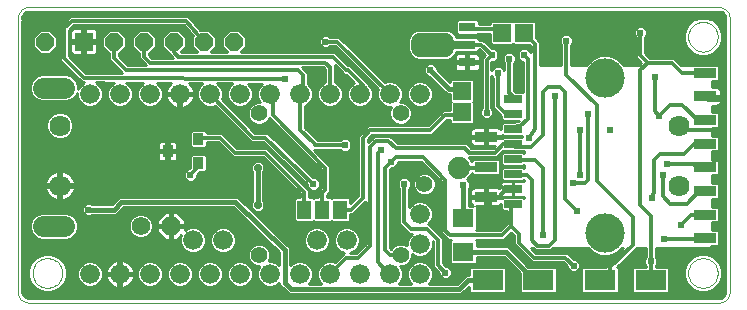
<source format=gbl>
G75*
%MOIN*%
%OFA0B0*%
%FSLAX24Y24*%
%IPPOS*%
%LPD*%
%AMOC8*
5,1,8,0,0,1.08239X$1,22.5*
%
%ADD10C,0.0000*%
%ADD11OC8,0.0620*%
%ADD12C,0.0620*%
%ADD13R,0.1043X0.0689*%
%ADD14C,0.1310*%
%ADD15C,0.0740*%
%ADD16R,0.0710X0.0630*%
%ADD17R,0.0551X0.0315*%
%ADD18R,0.0748X0.0315*%
%ADD19C,0.0600*%
%ADD20R,0.0600X0.0600*%
%ADD21R,0.0600X0.0250*%
%ADD22C,0.0554*%
%ADD23C,0.0660*%
%ADD24C,0.0705*%
%ADD25OC8,0.0600*%
%ADD26R,0.0760X0.0320*%
%ADD27C,0.0700*%
%ADD28R,0.0460X0.0630*%
%ADD29R,0.0354X0.0394*%
%ADD30C,0.0120*%
%ADD31C,0.0240*%
%ADD32C,0.0100*%
%ADD33C,0.0160*%
%ADD34OC8,0.0240*%
D10*
X005880Y000515D02*
X005880Y009649D01*
X005879Y009649D02*
X005877Y009686D01*
X005879Y009723D01*
X005884Y009760D01*
X005894Y009796D01*
X005907Y009831D01*
X005924Y009865D01*
X005944Y009896D01*
X005967Y009925D01*
X005994Y009952D01*
X006022Y009976D01*
X006054Y009996D01*
X006087Y010013D01*
X006122Y010027D01*
X006158Y010037D01*
X006195Y010043D01*
X029207Y010043D01*
X029244Y010045D01*
X029281Y010043D01*
X029318Y010038D01*
X029354Y010028D01*
X029389Y010015D01*
X029423Y009998D01*
X029454Y009978D01*
X029483Y009955D01*
X029510Y009928D01*
X029534Y009900D01*
X029554Y009868D01*
X029571Y009835D01*
X029585Y009800D01*
X029595Y009764D01*
X029601Y009727D01*
X029601Y009728D02*
X029601Y000594D01*
X029601Y000593D02*
X029603Y000556D01*
X029601Y000519D01*
X029596Y000482D01*
X029586Y000446D01*
X029573Y000411D01*
X029556Y000377D01*
X029536Y000346D01*
X029513Y000317D01*
X029486Y000290D01*
X029458Y000266D01*
X029426Y000246D01*
X029393Y000229D01*
X029358Y000215D01*
X029322Y000205D01*
X029285Y000199D01*
X029286Y000200D02*
X006274Y000200D01*
X006273Y000199D02*
X006238Y000197D01*
X006203Y000198D01*
X006169Y000203D01*
X006135Y000211D01*
X006102Y000222D01*
X006070Y000237D01*
X006039Y000255D01*
X006011Y000275D01*
X005985Y000298D01*
X005961Y000324D01*
X005940Y000352D01*
X005921Y000382D01*
X005906Y000413D01*
X005894Y000446D01*
X005885Y000480D01*
X005879Y000515D01*
X006372Y001184D02*
X006374Y001228D01*
X006380Y001272D01*
X006390Y001315D01*
X006403Y001357D01*
X006421Y001397D01*
X006442Y001436D01*
X006466Y001473D01*
X006493Y001508D01*
X006524Y001540D01*
X006557Y001569D01*
X006593Y001595D01*
X006631Y001617D01*
X006671Y001636D01*
X006712Y001652D01*
X006755Y001664D01*
X006798Y001672D01*
X006842Y001676D01*
X006886Y001676D01*
X006930Y001672D01*
X006973Y001664D01*
X007016Y001652D01*
X007057Y001636D01*
X007097Y001617D01*
X007135Y001595D01*
X007171Y001569D01*
X007204Y001540D01*
X007235Y001508D01*
X007262Y001473D01*
X007286Y001436D01*
X007307Y001397D01*
X007325Y001357D01*
X007338Y001315D01*
X007348Y001272D01*
X007354Y001228D01*
X007356Y001184D01*
X007354Y001140D01*
X007348Y001096D01*
X007338Y001053D01*
X007325Y001011D01*
X007307Y000971D01*
X007286Y000932D01*
X007262Y000895D01*
X007235Y000860D01*
X007204Y000828D01*
X007171Y000799D01*
X007135Y000773D01*
X007097Y000751D01*
X007057Y000732D01*
X007016Y000716D01*
X006973Y000704D01*
X006930Y000696D01*
X006886Y000692D01*
X006842Y000692D01*
X006798Y000696D01*
X006755Y000704D01*
X006712Y000716D01*
X006671Y000732D01*
X006631Y000751D01*
X006593Y000773D01*
X006557Y000799D01*
X006524Y000828D01*
X006493Y000860D01*
X006466Y000895D01*
X006442Y000932D01*
X006421Y000971D01*
X006403Y001011D01*
X006390Y001053D01*
X006380Y001096D01*
X006374Y001140D01*
X006372Y001184D01*
X006609Y002747D02*
X006611Y002772D01*
X006617Y002796D01*
X006626Y002818D01*
X006639Y002839D01*
X006655Y002858D01*
X006674Y002874D01*
X006695Y002887D01*
X006717Y002896D01*
X006741Y002902D01*
X006766Y002904D01*
X006791Y002902D01*
X006815Y002896D01*
X006837Y002887D01*
X006858Y002874D01*
X006877Y002858D01*
X006893Y002839D01*
X006906Y002818D01*
X006915Y002796D01*
X006921Y002772D01*
X006923Y002747D01*
X006921Y002722D01*
X006915Y002698D01*
X006906Y002676D01*
X006893Y002655D01*
X006877Y002636D01*
X006858Y002620D01*
X006837Y002607D01*
X006815Y002598D01*
X006791Y002592D01*
X006766Y002590D01*
X006741Y002592D01*
X006717Y002598D01*
X006695Y002607D01*
X006674Y002620D01*
X006655Y002636D01*
X006639Y002655D01*
X006626Y002676D01*
X006617Y002698D01*
X006611Y002722D01*
X006609Y002747D01*
X006766Y002747D02*
X006768Y002772D01*
X006774Y002796D01*
X006783Y002818D01*
X006796Y002839D01*
X006812Y002858D01*
X006831Y002874D01*
X006852Y002887D01*
X006874Y002896D01*
X006898Y002902D01*
X006923Y002904D01*
X006948Y002902D01*
X006972Y002896D01*
X006994Y002887D01*
X007015Y002874D01*
X007034Y002858D01*
X007050Y002839D01*
X007063Y002818D01*
X007072Y002796D01*
X007078Y002772D01*
X007080Y002747D01*
X007078Y002722D01*
X007072Y002698D01*
X007063Y002676D01*
X007050Y002655D01*
X007034Y002636D01*
X007015Y002620D01*
X006994Y002607D01*
X006972Y002598D01*
X006948Y002592D01*
X006923Y002590D01*
X006898Y002592D01*
X006874Y002598D01*
X006852Y002607D01*
X006831Y002620D01*
X006812Y002636D01*
X006796Y002655D01*
X006783Y002676D01*
X006774Y002698D01*
X006768Y002722D01*
X006766Y002747D01*
X007081Y002747D02*
X007083Y002772D01*
X007089Y002796D01*
X007098Y002818D01*
X007111Y002839D01*
X007127Y002858D01*
X007146Y002874D01*
X007167Y002887D01*
X007189Y002896D01*
X007213Y002902D01*
X007238Y002904D01*
X007263Y002902D01*
X007287Y002896D01*
X007309Y002887D01*
X007330Y002874D01*
X007349Y002858D01*
X007365Y002839D01*
X007378Y002818D01*
X007387Y002796D01*
X007393Y002772D01*
X007395Y002747D01*
X007393Y002722D01*
X007387Y002698D01*
X007378Y002676D01*
X007365Y002655D01*
X007349Y002636D01*
X007330Y002620D01*
X007309Y002607D01*
X007287Y002598D01*
X007263Y002592D01*
X007238Y002590D01*
X007213Y002592D01*
X007189Y002598D01*
X007167Y002607D01*
X007146Y002620D01*
X007127Y002636D01*
X007111Y002655D01*
X007098Y002676D01*
X007089Y002698D01*
X007083Y002722D01*
X007081Y002747D01*
X007239Y002747D02*
X007241Y002772D01*
X007247Y002796D01*
X007256Y002818D01*
X007269Y002839D01*
X007285Y002858D01*
X007304Y002874D01*
X007325Y002887D01*
X007347Y002896D01*
X007371Y002902D01*
X007396Y002904D01*
X007421Y002902D01*
X007445Y002896D01*
X007467Y002887D01*
X007488Y002874D01*
X007507Y002858D01*
X007523Y002839D01*
X007536Y002818D01*
X007545Y002796D01*
X007551Y002772D01*
X007553Y002747D01*
X007551Y002722D01*
X007545Y002698D01*
X007536Y002676D01*
X007523Y002655D01*
X007507Y002636D01*
X007488Y002620D01*
X007467Y002607D01*
X007445Y002598D01*
X007421Y002592D01*
X007396Y002590D01*
X007371Y002592D01*
X007347Y002598D01*
X007325Y002607D01*
X007304Y002620D01*
X007285Y002636D01*
X007269Y002655D01*
X007256Y002676D01*
X007247Y002698D01*
X007241Y002722D01*
X007239Y002747D01*
X007081Y007353D02*
X007083Y007378D01*
X007089Y007402D01*
X007098Y007424D01*
X007111Y007445D01*
X007127Y007464D01*
X007146Y007480D01*
X007167Y007493D01*
X007189Y007502D01*
X007213Y007508D01*
X007238Y007510D01*
X007263Y007508D01*
X007287Y007502D01*
X007309Y007493D01*
X007330Y007480D01*
X007349Y007464D01*
X007365Y007445D01*
X007378Y007424D01*
X007387Y007402D01*
X007393Y007378D01*
X007395Y007353D01*
X007393Y007328D01*
X007387Y007304D01*
X007378Y007282D01*
X007365Y007261D01*
X007349Y007242D01*
X007330Y007226D01*
X007309Y007213D01*
X007287Y007204D01*
X007263Y007198D01*
X007238Y007196D01*
X007213Y007198D01*
X007189Y007204D01*
X007167Y007213D01*
X007146Y007226D01*
X007127Y007242D01*
X007111Y007261D01*
X007098Y007282D01*
X007089Y007304D01*
X007083Y007328D01*
X007081Y007353D01*
X006766Y007353D02*
X006768Y007378D01*
X006774Y007402D01*
X006783Y007424D01*
X006796Y007445D01*
X006812Y007464D01*
X006831Y007480D01*
X006852Y007493D01*
X006874Y007502D01*
X006898Y007508D01*
X006923Y007510D01*
X006948Y007508D01*
X006972Y007502D01*
X006994Y007493D01*
X007015Y007480D01*
X007034Y007464D01*
X007050Y007445D01*
X007063Y007424D01*
X007072Y007402D01*
X007078Y007378D01*
X007080Y007353D01*
X007078Y007328D01*
X007072Y007304D01*
X007063Y007282D01*
X007050Y007261D01*
X007034Y007242D01*
X007015Y007226D01*
X006994Y007213D01*
X006972Y007204D01*
X006948Y007198D01*
X006923Y007196D01*
X006898Y007198D01*
X006874Y007204D01*
X006852Y007213D01*
X006831Y007226D01*
X006812Y007242D01*
X006796Y007261D01*
X006783Y007282D01*
X006774Y007304D01*
X006768Y007328D01*
X006766Y007353D01*
X006609Y007353D02*
X006611Y007378D01*
X006617Y007402D01*
X006626Y007424D01*
X006639Y007445D01*
X006655Y007464D01*
X006674Y007480D01*
X006695Y007493D01*
X006717Y007502D01*
X006741Y007508D01*
X006766Y007510D01*
X006791Y007508D01*
X006815Y007502D01*
X006837Y007493D01*
X006858Y007480D01*
X006877Y007464D01*
X006893Y007445D01*
X006906Y007424D01*
X006915Y007402D01*
X006921Y007378D01*
X006923Y007353D01*
X006921Y007328D01*
X006915Y007304D01*
X006906Y007282D01*
X006893Y007261D01*
X006877Y007242D01*
X006858Y007226D01*
X006837Y007213D01*
X006815Y007204D01*
X006791Y007198D01*
X006766Y007196D01*
X006741Y007198D01*
X006717Y007204D01*
X006695Y007213D01*
X006674Y007226D01*
X006655Y007242D01*
X006639Y007261D01*
X006626Y007282D01*
X006617Y007304D01*
X006611Y007328D01*
X006609Y007353D01*
X007239Y007353D02*
X007241Y007378D01*
X007247Y007402D01*
X007256Y007424D01*
X007269Y007445D01*
X007285Y007464D01*
X007304Y007480D01*
X007325Y007493D01*
X007347Y007502D01*
X007371Y007508D01*
X007396Y007510D01*
X007421Y007508D01*
X007445Y007502D01*
X007467Y007493D01*
X007488Y007480D01*
X007507Y007464D01*
X007523Y007445D01*
X007536Y007424D01*
X007545Y007402D01*
X007551Y007378D01*
X007553Y007353D01*
X007551Y007328D01*
X007545Y007304D01*
X007536Y007282D01*
X007523Y007261D01*
X007507Y007242D01*
X007488Y007226D01*
X007467Y007213D01*
X007445Y007204D01*
X007421Y007198D01*
X007396Y007196D01*
X007371Y007198D01*
X007347Y007204D01*
X007325Y007213D01*
X007304Y007226D01*
X007285Y007242D01*
X007269Y007261D01*
X007256Y007282D01*
X007247Y007304D01*
X007241Y007328D01*
X007239Y007353D01*
X028223Y009058D02*
X028225Y009102D01*
X028231Y009146D01*
X028241Y009189D01*
X028254Y009231D01*
X028272Y009271D01*
X028293Y009310D01*
X028317Y009347D01*
X028344Y009382D01*
X028375Y009414D01*
X028408Y009443D01*
X028444Y009469D01*
X028482Y009491D01*
X028522Y009510D01*
X028563Y009526D01*
X028606Y009538D01*
X028649Y009546D01*
X028693Y009550D01*
X028737Y009550D01*
X028781Y009546D01*
X028824Y009538D01*
X028867Y009526D01*
X028908Y009510D01*
X028948Y009491D01*
X028986Y009469D01*
X029022Y009443D01*
X029055Y009414D01*
X029086Y009382D01*
X029113Y009347D01*
X029137Y009310D01*
X029158Y009271D01*
X029176Y009231D01*
X029189Y009189D01*
X029199Y009146D01*
X029205Y009102D01*
X029207Y009058D01*
X029205Y009014D01*
X029199Y008970D01*
X029189Y008927D01*
X029176Y008885D01*
X029158Y008845D01*
X029137Y008806D01*
X029113Y008769D01*
X029086Y008734D01*
X029055Y008702D01*
X029022Y008673D01*
X028986Y008647D01*
X028948Y008625D01*
X028908Y008606D01*
X028867Y008590D01*
X028824Y008578D01*
X028781Y008570D01*
X028737Y008566D01*
X028693Y008566D01*
X028649Y008570D01*
X028606Y008578D01*
X028563Y008590D01*
X028522Y008606D01*
X028482Y008625D01*
X028444Y008647D01*
X028408Y008673D01*
X028375Y008702D01*
X028344Y008734D01*
X028317Y008769D01*
X028293Y008806D01*
X028272Y008845D01*
X028254Y008885D01*
X028241Y008927D01*
X028231Y008970D01*
X028225Y009014D01*
X028223Y009058D01*
X028223Y001184D02*
X028225Y001228D01*
X028231Y001272D01*
X028241Y001315D01*
X028254Y001357D01*
X028272Y001397D01*
X028293Y001436D01*
X028317Y001473D01*
X028344Y001508D01*
X028375Y001540D01*
X028408Y001569D01*
X028444Y001595D01*
X028482Y001617D01*
X028522Y001636D01*
X028563Y001652D01*
X028606Y001664D01*
X028649Y001672D01*
X028693Y001676D01*
X028737Y001676D01*
X028781Y001672D01*
X028824Y001664D01*
X028867Y001652D01*
X028908Y001636D01*
X028948Y001617D01*
X028986Y001595D01*
X029022Y001569D01*
X029055Y001540D01*
X029086Y001508D01*
X029113Y001473D01*
X029137Y001436D01*
X029158Y001397D01*
X029176Y001357D01*
X029189Y001315D01*
X029199Y001272D01*
X029205Y001228D01*
X029207Y001184D01*
X029205Y001140D01*
X029199Y001096D01*
X029189Y001053D01*
X029176Y001011D01*
X029158Y000971D01*
X029137Y000932D01*
X029113Y000895D01*
X029086Y000860D01*
X029055Y000828D01*
X029022Y000799D01*
X028986Y000773D01*
X028948Y000751D01*
X028908Y000732D01*
X028867Y000716D01*
X028824Y000704D01*
X028781Y000696D01*
X028737Y000692D01*
X028693Y000692D01*
X028649Y000696D01*
X028606Y000704D01*
X028563Y000716D01*
X028522Y000732D01*
X028482Y000751D01*
X028444Y000773D01*
X028408Y000799D01*
X028375Y000828D01*
X028344Y000860D01*
X028317Y000895D01*
X028293Y000932D01*
X028272Y000971D01*
X028254Y001011D01*
X028241Y001053D01*
X028231Y001096D01*
X028225Y001140D01*
X028223Y001184D01*
D11*
X010980Y002750D03*
D12*
X009980Y002750D03*
D13*
X021534Y000950D03*
X023227Y000950D03*
X025284Y000950D03*
X026977Y000950D03*
D14*
X025449Y002515D03*
X025449Y007685D03*
D15*
X020580Y004700D03*
D16*
X020730Y003012D03*
X020730Y001888D03*
D17*
X020860Y008210D03*
X020860Y009390D03*
D18*
X020760Y008800D03*
D19*
X019292Y008700D02*
X019292Y008900D01*
X020128Y008900D01*
X020128Y008700D01*
X019292Y008700D01*
D20*
X022015Y009200D03*
X022745Y009200D03*
X020680Y007265D03*
X020680Y006535D03*
X008080Y008900D03*
D21*
X022385Y006980D03*
X022385Y006480D03*
X022385Y005980D03*
X022385Y005480D03*
X022385Y004980D03*
X022385Y004480D03*
X022385Y003980D03*
X022385Y003480D03*
D22*
X019430Y004147D03*
X018642Y001785D03*
X013918Y001785D03*
X013918Y006509D03*
X018642Y006509D03*
D23*
X018280Y007150D03*
X017280Y007150D03*
X016280Y007150D03*
X015280Y007150D03*
X014280Y007150D03*
X013280Y007150D03*
X012280Y007150D03*
X011280Y007150D03*
X010280Y007150D03*
X009280Y007150D03*
X008280Y007150D03*
X019280Y007150D03*
X019280Y003150D03*
X019280Y002150D03*
X019280Y001150D03*
X018280Y001150D03*
X017280Y001150D03*
X016280Y001150D03*
X015280Y001150D03*
X014280Y001150D03*
X013280Y001150D03*
X012280Y001150D03*
X011280Y001150D03*
X010280Y001150D03*
X009280Y001150D03*
X008280Y001150D03*
X011718Y002275D03*
X012718Y002275D03*
X015843Y002275D03*
X016843Y002275D03*
D24*
X007280Y004100D03*
X007280Y006100D03*
X027930Y006100D03*
X027930Y004100D03*
D25*
X013080Y008900D03*
X012080Y008900D03*
X011080Y008900D03*
X010080Y008900D03*
X009080Y008900D03*
X006780Y008900D03*
D26*
X021480Y005725D03*
X021480Y004725D03*
X021480Y003725D03*
X028780Y003919D03*
X028780Y003131D03*
X028780Y002344D03*
X028780Y004706D03*
X028780Y005494D03*
X028780Y006281D03*
X028780Y007069D03*
X028780Y007856D03*
D27*
X007431Y007353D02*
X006731Y007353D01*
X006731Y002747D02*
X007431Y002747D01*
D28*
X015430Y003300D03*
X016030Y003300D03*
X016630Y003300D03*
D29*
X011892Y004856D03*
X010868Y005250D03*
X011892Y005644D03*
D30*
X011948Y005700D01*
X012630Y005700D01*
X013130Y005200D01*
X014130Y005200D01*
X015430Y003900D01*
X015430Y003300D01*
X016030Y003300D02*
X016030Y003850D01*
X016130Y003950D01*
X016130Y004700D01*
X014380Y006450D01*
X014380Y007050D01*
X014280Y007150D01*
X015280Y007150D02*
X015380Y007200D01*
X015380Y007800D01*
X015230Y007950D01*
X009480Y007950D01*
X009080Y008350D01*
X009080Y008900D01*
X010080Y008900D02*
X010080Y008400D01*
X010280Y008200D01*
X016130Y008200D01*
X016280Y008050D01*
X016280Y007150D01*
X015280Y007150D02*
X015280Y005950D01*
X015739Y005510D01*
X015799Y005450D01*
X016780Y005450D01*
X017380Y005700D02*
X017630Y005950D01*
X019630Y005950D01*
X020130Y006450D01*
X020595Y006450D01*
X020680Y006535D01*
X021505Y006525D02*
X021505Y008275D01*
X021680Y008450D01*
X021330Y008800D01*
X020760Y008800D01*
X020880Y009325D02*
X020860Y009390D01*
X020880Y009325D02*
X022005Y009325D01*
X022005Y009200D01*
X022015Y009200D01*
X022745Y009200D02*
X022755Y009200D01*
X023130Y008825D01*
X023130Y005975D01*
X022905Y005700D01*
X022980Y005400D02*
X023380Y005800D01*
X023380Y007225D01*
X023555Y007400D01*
X023955Y007400D01*
X024130Y007225D01*
X024130Y003650D01*
X024530Y003250D01*
X025180Y004250D02*
X026380Y003050D01*
X026380Y002125D01*
X025630Y001375D01*
X025630Y000950D01*
X025284Y000950D01*
X024405Y001425D02*
X024130Y001700D01*
X023080Y001700D01*
X022580Y002200D01*
X022580Y002500D01*
X022330Y002750D01*
X022330Y003425D01*
X022385Y003480D01*
X022380Y003450D01*
X021630Y003575D02*
X021480Y003725D01*
X021905Y003725D01*
X022130Y003950D01*
X021880Y004200D01*
X022130Y003950D02*
X022355Y003950D01*
X022385Y003980D01*
X022855Y004450D02*
X023005Y004300D01*
X023005Y002275D01*
X023180Y002100D01*
X023580Y002100D01*
X023780Y002300D01*
X023780Y007100D01*
X024155Y007800D02*
X025180Y006775D01*
X025180Y004250D01*
X024880Y004300D02*
X024780Y004200D01*
X024380Y004200D01*
X024880Y004300D02*
X024880Y006478D01*
X024630Y005950D02*
X024630Y004450D01*
X023380Y004700D02*
X023130Y004950D01*
X022505Y004950D01*
X022385Y004980D01*
X022060Y005480D02*
X021780Y005200D01*
X020930Y005200D01*
X020780Y005350D01*
X018480Y005350D01*
X018230Y005600D01*
X017830Y005600D01*
X017630Y005400D01*
X017630Y002100D01*
X017230Y001700D01*
X016830Y001700D01*
X016280Y001150D01*
X017880Y001550D02*
X017880Y001650D01*
X017880Y005200D01*
X017980Y005300D01*
X018330Y004900D02*
X018480Y005050D01*
X019380Y005050D01*
X020130Y004300D01*
X020130Y002600D01*
X020280Y002450D01*
X022030Y002450D01*
X022330Y002750D01*
X021630Y002950D02*
X021630Y003575D01*
X020755Y003075D02*
X020730Y003012D01*
X020730Y003050D02*
X020755Y003075D01*
X019880Y002300D02*
X019530Y002650D01*
X018980Y002650D01*
X018755Y002875D01*
X018755Y004150D01*
X017380Y003700D02*
X017380Y005700D01*
X018330Y004900D02*
X018130Y004700D01*
X018130Y001950D01*
X018280Y001800D01*
X018330Y001800D01*
X018642Y001788D01*
X018642Y001785D01*
X018130Y001300D02*
X017980Y001450D01*
X017880Y001550D02*
X018130Y001300D01*
X018280Y001150D01*
X019880Y001450D02*
X020130Y001200D01*
X019880Y001450D02*
X019880Y002300D01*
X017380Y003700D02*
X016980Y003300D01*
X016630Y003300D01*
X015730Y004150D02*
X014130Y005700D01*
X013730Y005700D01*
X012280Y007150D01*
X010868Y005712D02*
X010380Y006200D01*
X010868Y005712D02*
X010868Y005250D01*
X011892Y004856D02*
X011892Y004712D01*
X011630Y004450D01*
X017280Y007150D02*
X017380Y007200D01*
X017380Y007450D01*
X016880Y007950D01*
X016830Y007950D01*
X016380Y008400D01*
X011230Y008400D01*
X011080Y008550D01*
X011080Y008900D01*
X011480Y009600D02*
X012080Y008900D01*
X011480Y009600D02*
X007680Y009600D01*
X007430Y009350D01*
X007430Y008350D01*
X008080Y007700D01*
X014780Y007650D01*
X016130Y008900D02*
X016530Y008900D01*
X018280Y007150D01*
X020630Y007325D02*
X020680Y007265D01*
X021880Y006750D02*
X021880Y007850D01*
X022255Y008325D02*
X022255Y007200D01*
X022380Y007075D01*
X022385Y006980D01*
X022150Y006480D02*
X021880Y006750D01*
X022150Y006480D02*
X022385Y006480D01*
X022630Y006075D02*
X022880Y006325D01*
X022880Y008325D01*
X022755Y008450D01*
X024155Y008925D02*
X024155Y007800D01*
X026630Y007950D02*
X026880Y008200D01*
X026630Y008450D01*
X026630Y009200D01*
X026880Y008200D02*
X027680Y008200D01*
X028024Y007856D01*
X028780Y007856D01*
X027105Y007725D02*
X027105Y006575D01*
X027255Y006425D01*
X027630Y006800D01*
X028030Y006800D01*
X028549Y006281D01*
X028780Y006281D01*
X029380Y005950D02*
X028130Y005950D01*
X027980Y006100D01*
X027930Y006100D01*
X029380Y005950D02*
X029380Y006950D01*
X028899Y006950D01*
X028780Y007069D01*
X026630Y007950D02*
X026630Y003450D01*
X026980Y003100D01*
X026980Y001575D01*
X026980Y000950D01*
X026977Y000950D01*
X027405Y002325D02*
X028755Y002325D01*
X028780Y002344D01*
X028312Y003131D02*
X027980Y002800D01*
X028312Y003131D02*
X028780Y003131D01*
X028755Y003200D01*
X028180Y003500D02*
X027630Y003500D01*
X027380Y003750D01*
X027380Y004450D01*
X027505Y004825D02*
X028380Y004825D01*
X028505Y004700D01*
X028755Y004700D01*
X028780Y004706D01*
X028080Y005150D02*
X028424Y005494D01*
X028780Y005494D01*
X028080Y005150D02*
X027280Y005150D01*
X027080Y004950D01*
X027080Y003875D01*
X027005Y003700D01*
X028180Y003500D02*
X028630Y003950D01*
X028499Y003950D01*
X028780Y003919D01*
X023380Y004700D02*
X023380Y002450D01*
X022855Y004450D02*
X022505Y004450D01*
X022385Y004480D01*
X021480Y004725D02*
X021380Y004700D01*
X020580Y004700D01*
X022385Y005480D02*
X022465Y005400D01*
X022980Y005400D01*
X022385Y005480D02*
X022060Y005480D01*
X021480Y005725D02*
X021480Y006050D01*
X021630Y006200D01*
X022385Y005980D02*
X022505Y006075D01*
X022630Y006075D01*
D31*
X022905Y005700D03*
X021630Y006200D03*
X021505Y006525D03*
X023780Y007100D03*
X024880Y006478D03*
X024630Y005950D03*
X025630Y005950D03*
X027255Y006425D03*
X027105Y007725D03*
X024155Y008925D03*
X022755Y008450D03*
X022255Y008325D03*
X021680Y008450D03*
X021880Y007850D03*
X019630Y007950D03*
X016130Y008900D03*
X014780Y007650D03*
X010380Y006200D03*
X011630Y004450D03*
X008230Y003300D03*
X015730Y004150D03*
X018330Y004900D03*
X017980Y005300D03*
X016780Y005450D03*
X018755Y004150D03*
X020730Y004125D03*
X021880Y004200D03*
X024380Y004200D03*
X024630Y004450D03*
X027005Y003700D03*
X027380Y004450D03*
X027505Y004825D03*
X024530Y003250D03*
X023380Y002450D03*
X021630Y002950D03*
X024405Y001425D03*
X026980Y001575D03*
X027405Y002325D03*
X027980Y002800D03*
X020130Y001200D03*
X026630Y009200D03*
D32*
X026470Y009049D02*
X026470Y008384D01*
X026564Y008290D01*
X026654Y008200D01*
X026584Y008130D01*
X026072Y008130D01*
X025877Y008325D01*
X025599Y008440D01*
X025299Y008440D01*
X025021Y008325D01*
X024826Y008130D01*
X024315Y008130D01*
X024315Y008774D01*
X024375Y008834D01*
X024375Y009016D01*
X024246Y009145D01*
X024064Y009145D01*
X023935Y009016D01*
X023935Y008834D01*
X023995Y008774D01*
X023995Y008130D01*
X023290Y008130D01*
X023290Y008891D01*
X023196Y008985D01*
X023145Y009036D01*
X023145Y009541D01*
X023087Y009600D01*
X022404Y009600D01*
X022380Y009576D01*
X022357Y009600D01*
X021674Y009600D01*
X021615Y009541D01*
X021615Y009485D01*
X021236Y009485D01*
X021236Y009589D01*
X021177Y009648D01*
X020543Y009648D01*
X020484Y009589D01*
X020484Y009191D01*
X020543Y009133D01*
X021177Y009133D01*
X021209Y009165D01*
X021615Y009165D01*
X021615Y008859D01*
X021674Y008800D01*
X022357Y008800D01*
X022380Y008824D01*
X022404Y008800D01*
X022929Y008800D01*
X022970Y008759D01*
X022970Y008546D01*
X022846Y008670D01*
X022664Y008670D01*
X022535Y008541D01*
X022535Y008359D01*
X022664Y008230D01*
X022720Y008230D01*
X022720Y007205D01*
X022476Y007205D01*
X022415Y007266D01*
X022415Y008174D01*
X022475Y008234D01*
X022475Y008416D01*
X022346Y008545D01*
X022164Y008545D01*
X022035Y008416D01*
X022035Y008234D01*
X022095Y008174D01*
X022095Y007946D01*
X021971Y008070D01*
X021789Y008070D01*
X021665Y007946D01*
X021665Y008209D01*
X021686Y008230D01*
X021771Y008230D01*
X021900Y008359D01*
X021900Y008541D01*
X021771Y008670D01*
X021686Y008670D01*
X021396Y008960D01*
X021234Y008960D01*
X021234Y008999D01*
X021176Y009057D01*
X020496Y009057D01*
X020468Y009127D01*
X020355Y009239D01*
X020208Y009300D01*
X019212Y009300D01*
X019065Y009239D01*
X018952Y009127D01*
X018892Y008980D01*
X018892Y008620D01*
X018952Y008473D01*
X019065Y008361D01*
X019212Y008300D01*
X020208Y008300D01*
X020355Y008361D01*
X020468Y008473D01*
X020496Y008543D01*
X021176Y008543D01*
X021234Y008601D01*
X021234Y008640D01*
X021264Y008640D01*
X021454Y008450D01*
X021439Y008435D01*
X021345Y008341D01*
X021345Y006676D01*
X021285Y006616D01*
X021285Y006434D01*
X021414Y006305D01*
X021596Y006305D01*
X021725Y006434D01*
X021725Y006616D01*
X021665Y006676D01*
X021665Y007754D01*
X021720Y007699D01*
X021720Y006684D01*
X021814Y006590D01*
X021985Y006419D01*
X021985Y006314D01*
X022044Y006255D01*
X022584Y006255D01*
X022564Y006235D01*
X022514Y006235D01*
X022458Y006242D01*
X022449Y006235D01*
X022439Y006235D01*
X022409Y006205D01*
X022044Y006205D01*
X021985Y006146D01*
X021985Y005968D01*
X021980Y005977D01*
X021952Y006005D01*
X021918Y006025D01*
X021880Y006035D01*
X021510Y006035D01*
X021510Y005755D01*
X021450Y005755D01*
X021450Y005695D01*
X020950Y005695D01*
X020950Y005545D01*
X020960Y005507D01*
X020980Y005473D01*
X021008Y005445D01*
X021042Y005425D01*
X021080Y005415D01*
X021450Y005415D01*
X021450Y005695D01*
X021510Y005695D01*
X021510Y005415D01*
X021769Y005415D01*
X021714Y005360D01*
X020996Y005360D01*
X020846Y005510D01*
X018546Y005510D01*
X018296Y005760D01*
X017764Y005760D01*
X017670Y005666D01*
X017540Y005536D01*
X017540Y005634D01*
X017696Y005790D01*
X019696Y005790D01*
X020196Y006290D01*
X020280Y006290D01*
X020280Y006194D01*
X020339Y006135D01*
X021022Y006135D01*
X021080Y006194D01*
X021080Y006876D01*
X021057Y006900D01*
X021080Y006924D01*
X021080Y007606D01*
X021022Y007665D01*
X020339Y007665D01*
X020280Y007606D01*
X020280Y007555D01*
X019850Y007985D01*
X019850Y008041D01*
X019721Y008170D01*
X019539Y008170D01*
X019410Y008041D01*
X019410Y007859D01*
X019539Y007730D01*
X019596Y007730D01*
X020181Y007145D01*
X020280Y007145D01*
X020280Y006924D01*
X020304Y006900D01*
X020280Y006876D01*
X020280Y006610D01*
X020064Y006610D01*
X019970Y006516D01*
X019564Y006110D01*
X015440Y006110D01*
X015440Y006018D02*
X015440Y006751D01*
X015524Y006785D01*
X015645Y006906D01*
X015710Y007064D01*
X015710Y007236D01*
X015645Y007394D01*
X015540Y007498D01*
X015540Y007866D01*
X015390Y008016D01*
X015366Y008040D01*
X016064Y008040D01*
X016120Y007984D01*
X016120Y007549D01*
X016037Y007515D01*
X015916Y007394D01*
X015850Y007236D01*
X015850Y007064D01*
X015916Y006906D01*
X016037Y006785D01*
X016195Y006720D01*
X016366Y006720D01*
X016524Y006785D01*
X016645Y006906D01*
X016710Y007064D01*
X016710Y007236D01*
X016645Y007394D01*
X016524Y007515D01*
X016440Y007549D01*
X016440Y008114D01*
X016670Y007884D01*
X016764Y007790D01*
X016814Y007790D01*
X017074Y007530D01*
X017037Y007515D01*
X016916Y007394D01*
X016850Y007236D01*
X016850Y007064D01*
X016916Y006906D01*
X017037Y006785D01*
X017195Y006720D01*
X017366Y006720D01*
X017524Y006785D01*
X017645Y006906D01*
X017710Y007064D01*
X017710Y007236D01*
X017645Y007394D01*
X017540Y007498D01*
X017540Y007516D01*
X017446Y007610D01*
X016946Y008110D01*
X016896Y008110D01*
X016446Y008560D01*
X013306Y008560D01*
X013480Y008734D01*
X013480Y009066D01*
X013246Y009300D01*
X012914Y009300D01*
X012680Y009066D01*
X012680Y008734D01*
X012854Y008560D01*
X012306Y008560D01*
X012480Y008734D01*
X012480Y009066D01*
X012246Y009300D01*
X011948Y009300D01*
X011640Y009659D01*
X011640Y009666D01*
X011598Y009709D01*
X011559Y009754D01*
X011551Y009755D01*
X011546Y009760D01*
X011486Y009760D01*
X011426Y009765D01*
X011421Y009760D01*
X007614Y009760D01*
X007520Y009666D01*
X007270Y009416D01*
X007270Y008284D01*
X007364Y008190D01*
X007967Y007587D01*
X008013Y007540D01*
X008013Y007540D01*
X008014Y007540D01*
X008080Y007540D01*
X008098Y007540D01*
X008037Y007515D01*
X007916Y007394D01*
X007881Y007310D01*
X007881Y007443D01*
X007812Y007608D01*
X007686Y007735D01*
X007520Y007803D01*
X006641Y007803D01*
X006476Y007735D01*
X006349Y007608D01*
X006281Y007443D01*
X006281Y007264D01*
X006349Y007098D01*
X006476Y006972D01*
X006641Y006903D01*
X007520Y006903D01*
X007686Y006972D01*
X007812Y007098D01*
X007850Y007189D01*
X007850Y007064D01*
X007916Y006906D01*
X008037Y006785D01*
X008195Y006720D01*
X008366Y006720D01*
X008524Y006785D01*
X008645Y006906D01*
X008710Y007064D01*
X008710Y007236D01*
X008645Y007394D01*
X008524Y007515D01*
X008469Y007537D01*
X009080Y007533D01*
X009037Y007515D01*
X008916Y007394D01*
X008850Y007236D01*
X008850Y007064D01*
X008916Y006906D01*
X009037Y006785D01*
X009195Y006720D01*
X009366Y006720D01*
X009524Y006785D01*
X009645Y006906D01*
X009710Y007064D01*
X009710Y007236D01*
X009645Y007394D01*
X009524Y007515D01*
X009488Y007529D01*
X010062Y007525D01*
X010037Y007515D01*
X009916Y007394D01*
X009850Y007236D01*
X009850Y007064D01*
X009916Y006906D01*
X010037Y006785D01*
X010195Y006720D01*
X010366Y006720D01*
X010524Y006785D01*
X010645Y006906D01*
X010710Y007064D01*
X010710Y007236D01*
X010645Y007394D01*
X010524Y007515D01*
X010506Y007522D01*
X010971Y007518D01*
X010967Y007516D01*
X010914Y007463D01*
X010870Y007402D01*
X010835Y007334D01*
X010812Y007262D01*
X010802Y007198D01*
X011232Y007198D01*
X011232Y007102D01*
X010802Y007102D01*
X010812Y007038D01*
X010835Y006966D01*
X010870Y006898D01*
X010636Y006898D01*
X010682Y006997D02*
X010825Y006997D01*
X010803Y007095D02*
X010710Y007095D01*
X010710Y007194D02*
X011232Y007194D01*
X011232Y007102D02*
X011329Y007102D01*
X011329Y007198D01*
X011758Y007198D01*
X011748Y007262D01*
X011725Y007334D01*
X011691Y007402D01*
X011646Y007463D01*
X011595Y007514D01*
X012033Y007511D01*
X011916Y007394D01*
X011850Y007236D01*
X011850Y007064D01*
X011916Y006906D01*
X012037Y006785D01*
X012195Y006720D01*
X012366Y006720D01*
X012449Y006755D01*
X013664Y005540D01*
X014065Y005540D01*
X015510Y004140D01*
X015416Y004140D01*
X015510Y004140D02*
X015510Y004059D01*
X015639Y003930D01*
X015821Y003930D01*
X015950Y004059D01*
X015950Y004241D01*
X015821Y004370D01*
X015733Y004370D01*
X014242Y005814D01*
X014196Y005860D01*
X014195Y005860D01*
X014194Y005861D01*
X014129Y005860D01*
X013796Y005860D01*
X012676Y006981D01*
X012710Y007064D01*
X012710Y007236D01*
X012645Y007394D01*
X012531Y007507D01*
X013025Y007503D01*
X012916Y007394D01*
X012850Y007236D01*
X012850Y007064D01*
X012916Y006906D01*
X013037Y006785D01*
X013195Y006720D01*
X013366Y006720D01*
X013524Y006785D01*
X013645Y006906D01*
X013710Y007064D01*
X013710Y007236D01*
X013645Y007394D01*
X013539Y007499D01*
X014018Y007496D01*
X013916Y007394D01*
X013850Y007236D01*
X013850Y007064D01*
X013916Y006906D01*
X013935Y006887D01*
X013843Y006887D01*
X013704Y006829D01*
X013598Y006723D01*
X013541Y006584D01*
X013541Y006434D01*
X013598Y006296D01*
X013704Y006190D01*
X013843Y006132D01*
X013993Y006132D01*
X014131Y006190D01*
X014238Y006296D01*
X014258Y006346D01*
X014314Y006290D01*
X015970Y004634D01*
X015970Y004016D01*
X015870Y003916D01*
X015870Y003715D01*
X015759Y003715D01*
X015730Y003686D01*
X015702Y003715D01*
X015590Y003715D01*
X015590Y003966D01*
X014290Y005266D01*
X014196Y005360D01*
X013196Y005360D01*
X012790Y005766D01*
X012696Y005860D01*
X012169Y005860D01*
X012169Y005882D01*
X012111Y005941D01*
X011673Y005941D01*
X011615Y005882D01*
X011615Y005405D01*
X011673Y005347D01*
X012111Y005347D01*
X012169Y005405D01*
X012169Y005540D01*
X012564Y005540D01*
X013064Y005040D01*
X014064Y005040D01*
X015270Y003834D01*
X015270Y003715D01*
X015159Y003715D01*
X015100Y003656D01*
X015100Y002944D01*
X015159Y002885D01*
X015702Y002885D01*
X015730Y002914D01*
X015759Y002885D01*
X016302Y002885D01*
X016330Y002914D01*
X016359Y002885D01*
X016902Y002885D01*
X016960Y002944D01*
X016960Y003140D01*
X017046Y003140D01*
X017446Y003540D01*
X017470Y003564D01*
X017470Y002166D01*
X017164Y001860D01*
X016964Y001860D01*
X017086Y001910D01*
X017207Y002031D01*
X017273Y002189D01*
X017273Y002361D01*
X017207Y002519D01*
X017086Y002640D01*
X016928Y002705D01*
X016757Y002705D01*
X016599Y002640D01*
X016478Y002519D01*
X016413Y002361D01*
X016413Y002189D01*
X016478Y002031D01*
X016599Y001910D01*
X016751Y001847D01*
X016449Y001545D01*
X016366Y001580D01*
X016195Y001580D01*
X016037Y001515D01*
X015916Y001394D01*
X015850Y001236D01*
X015850Y001064D01*
X015916Y000906D01*
X015992Y000830D01*
X015568Y000830D01*
X015645Y000906D01*
X015710Y001064D01*
X015710Y001236D01*
X015645Y001394D01*
X015524Y001515D01*
X015366Y001580D01*
X015195Y001580D01*
X015037Y001515D01*
X014960Y001438D01*
X014960Y001877D01*
X014961Y001878D01*
X014960Y001951D01*
X014960Y002025D01*
X014959Y002026D01*
X014959Y002027D01*
X014906Y002078D01*
X014855Y002130D01*
X014853Y002130D01*
X013256Y003678D01*
X013205Y003730D01*
X013203Y003730D01*
X013202Y003731D01*
X013129Y003730D01*
X009256Y003730D01*
X009150Y003625D01*
X009150Y003625D01*
X009006Y003480D01*
X008361Y003480D01*
X008321Y003520D01*
X008139Y003520D01*
X008010Y003391D01*
X008010Y003209D01*
X008139Y003080D01*
X008321Y003080D01*
X008361Y003120D01*
X009155Y003120D01*
X009260Y003225D01*
X009260Y003225D01*
X009405Y003370D01*
X013057Y003370D01*
X014600Y001874D01*
X014600Y001438D01*
X014524Y001515D01*
X014366Y001580D01*
X014241Y001580D01*
X014295Y001710D01*
X014295Y001860D01*
X014238Y001999D01*
X014131Y002105D01*
X013993Y002162D01*
X013843Y002162D01*
X013704Y002105D01*
X013598Y001999D01*
X013541Y001860D01*
X013541Y001710D01*
X013598Y001571D01*
X013704Y001465D01*
X013843Y001408D01*
X013930Y001408D01*
X013916Y001394D01*
X013850Y001236D01*
X013850Y001064D01*
X013916Y000906D01*
X014037Y000785D01*
X014195Y000720D01*
X014366Y000720D01*
X014524Y000785D01*
X014600Y000862D01*
X014600Y000775D01*
X014706Y000670D01*
X014906Y000470D01*
X020655Y000470D01*
X020760Y000575D01*
X020912Y000727D01*
X020912Y000564D01*
X020971Y000506D01*
X022097Y000506D01*
X022155Y000564D01*
X022155Y001336D01*
X022097Y001394D01*
X020971Y001394D01*
X020912Y001336D01*
X020912Y001130D01*
X020806Y001130D01*
X020506Y000830D01*
X019568Y000830D01*
X019645Y000906D01*
X019710Y001064D01*
X019710Y001236D01*
X019645Y001394D01*
X019524Y001515D01*
X019366Y001580D01*
X019195Y001580D01*
X019037Y001515D01*
X018916Y001394D01*
X018850Y001236D01*
X018850Y001064D01*
X018916Y000906D01*
X018992Y000830D01*
X018568Y000830D01*
X018645Y000906D01*
X018710Y001064D01*
X018710Y001236D01*
X018645Y001394D01*
X018630Y001408D01*
X018717Y001408D01*
X018856Y001465D01*
X018962Y001571D01*
X019019Y001710D01*
X019019Y001803D01*
X019037Y001785D01*
X019195Y001720D01*
X019366Y001720D01*
X019524Y001785D01*
X019645Y001906D01*
X019710Y002064D01*
X019710Y002236D01*
X019704Y002250D01*
X019720Y002234D01*
X019720Y001384D01*
X019910Y001194D01*
X019910Y001109D01*
X020039Y000980D01*
X020221Y000980D01*
X020350Y001109D01*
X020350Y001291D01*
X020221Y001420D01*
X020136Y001420D01*
X020040Y001516D01*
X020040Y002366D01*
X019946Y002460D01*
X019596Y002810D01*
X019548Y002810D01*
X019645Y002906D01*
X019710Y003064D01*
X019710Y003236D01*
X019645Y003394D01*
X019524Y003515D01*
X019366Y003580D01*
X019195Y003580D01*
X019037Y003515D01*
X018916Y003394D01*
X018915Y003392D01*
X018915Y003999D01*
X018975Y004059D01*
X018975Y004241D01*
X018846Y004370D01*
X018664Y004370D01*
X018535Y004241D01*
X018535Y004059D01*
X018595Y003999D01*
X018595Y002809D01*
X018820Y002584D01*
X018914Y002490D01*
X019012Y002490D01*
X018916Y002394D01*
X018850Y002236D01*
X018850Y002107D01*
X018717Y002162D01*
X018567Y002162D01*
X018429Y002105D01*
X018322Y001999D01*
X018318Y001988D01*
X018290Y002016D01*
X018290Y004634D01*
X018336Y004680D01*
X018421Y004680D01*
X018550Y004809D01*
X018550Y004890D01*
X019314Y004890D01*
X019970Y004234D01*
X019970Y002534D01*
X020120Y002384D01*
X020214Y002290D01*
X020321Y002290D01*
X020275Y002244D01*
X020275Y001531D01*
X020334Y001473D01*
X021126Y001473D01*
X021185Y001531D01*
X021185Y001708D01*
X022068Y001708D01*
X022605Y001171D01*
X022605Y000564D01*
X022664Y000506D01*
X023790Y000506D01*
X023848Y000564D01*
X023848Y001336D01*
X023790Y001394D01*
X022890Y001394D01*
X022217Y002068D01*
X021185Y002068D01*
X021185Y002244D01*
X021139Y002290D01*
X022096Y002290D01*
X022330Y002524D01*
X022420Y002434D01*
X022420Y002134D01*
X022920Y001634D01*
X023014Y001540D01*
X024064Y001540D01*
X024185Y001419D01*
X024185Y001334D01*
X024314Y001205D01*
X024496Y001205D01*
X024625Y001334D01*
X024625Y001516D01*
X024496Y001645D01*
X024411Y001645D01*
X024196Y001860D01*
X023146Y001860D01*
X022986Y002020D01*
X023034Y002020D01*
X023114Y001940D01*
X023646Y001940D01*
X023726Y002020D01*
X024876Y002020D01*
X025021Y001875D01*
X025299Y001760D01*
X025599Y001760D01*
X025877Y001875D01*
X026022Y002020D01*
X026049Y002020D01*
X025470Y001441D01*
X025470Y001394D01*
X024721Y001394D01*
X024662Y001336D01*
X024662Y000564D01*
X024721Y000506D01*
X025847Y000506D01*
X025905Y000564D01*
X025905Y001336D01*
X025861Y001380D01*
X026501Y002020D01*
X026820Y002020D01*
X026820Y001726D01*
X026760Y001666D01*
X026760Y001484D01*
X026820Y001424D01*
X026820Y001394D01*
X026414Y001394D01*
X026355Y001336D01*
X026355Y000564D01*
X026414Y000506D01*
X027540Y000506D01*
X027598Y000564D01*
X027598Y001336D01*
X027540Y001394D01*
X027140Y001394D01*
X027140Y001424D01*
X027200Y001484D01*
X027200Y001666D01*
X027140Y001726D01*
X027140Y002020D01*
X028934Y002020D01*
X028998Y002084D01*
X029202Y002084D01*
X029260Y002143D01*
X029260Y002546D01*
X029202Y002604D01*
X029010Y002604D01*
X029010Y002871D01*
X029202Y002871D01*
X029260Y002930D01*
X029260Y003333D01*
X029202Y003391D01*
X029010Y003391D01*
X029010Y003659D01*
X029202Y003659D01*
X029260Y003717D01*
X029260Y004120D01*
X029202Y004179D01*
X029010Y004179D01*
X029010Y004446D01*
X029202Y004446D01*
X029260Y004505D01*
X029260Y004908D01*
X029202Y004966D01*
X029010Y004966D01*
X029010Y005234D01*
X029202Y005234D01*
X029260Y005292D01*
X029260Y005695D01*
X029202Y005754D01*
X029010Y005754D01*
X029010Y006021D01*
X029202Y006021D01*
X029260Y006080D01*
X029260Y006483D01*
X029202Y006541D01*
X029010Y006541D01*
X029010Y006759D01*
X029180Y006759D01*
X029218Y006769D01*
X029252Y006788D01*
X029280Y006816D01*
X029300Y006851D01*
X029310Y006889D01*
X029310Y007039D01*
X029010Y007039D01*
X029010Y007099D01*
X029310Y007099D01*
X029310Y007248D01*
X029300Y007286D01*
X029280Y007321D01*
X029252Y007349D01*
X029218Y007368D01*
X029180Y007379D01*
X029010Y007379D01*
X029010Y007596D01*
X029202Y007596D01*
X029260Y007654D01*
X029260Y008057D01*
X029202Y008116D01*
X028948Y008116D01*
X028934Y008130D01*
X027976Y008130D01*
X027840Y008266D01*
X027840Y008266D01*
X027746Y008360D01*
X026946Y008360D01*
X026790Y008516D01*
X026790Y009049D01*
X026850Y009109D01*
X026850Y009291D01*
X026721Y009420D01*
X026539Y009420D01*
X026410Y009291D01*
X026410Y009109D01*
X026470Y009049D01*
X026454Y009065D02*
X024326Y009065D01*
X024375Y008967D02*
X026470Y008967D01*
X026470Y008868D02*
X024375Y008868D01*
X024315Y008770D02*
X026470Y008770D01*
X026470Y008671D02*
X024315Y008671D01*
X024315Y008573D02*
X026470Y008573D01*
X026470Y008474D02*
X024315Y008474D01*
X024315Y008376D02*
X025143Y008376D01*
X024973Y008277D02*
X024315Y008277D01*
X024315Y008179D02*
X024875Y008179D01*
X023995Y008179D02*
X023290Y008179D01*
X023290Y008277D02*
X023995Y008277D01*
X023995Y008376D02*
X023290Y008376D01*
X023290Y008474D02*
X023995Y008474D01*
X023995Y008573D02*
X023290Y008573D01*
X023290Y008671D02*
X023995Y008671D01*
X023995Y008770D02*
X023290Y008770D01*
X023290Y008868D02*
X023935Y008868D01*
X023935Y008967D02*
X023215Y008967D01*
X023145Y009065D02*
X023984Y009065D01*
X023145Y009164D02*
X026410Y009164D01*
X026410Y009262D02*
X023145Y009262D01*
X023145Y009361D02*
X026480Y009361D01*
X026781Y009361D02*
X028145Y009361D01*
X028170Y009422D02*
X028073Y009186D01*
X028073Y008931D01*
X028170Y008695D01*
X028351Y008514D01*
X028587Y008416D01*
X028843Y008416D01*
X029079Y008514D01*
X029259Y008695D01*
X029357Y008931D01*
X029357Y009186D01*
X029259Y009422D01*
X029079Y009603D01*
X028843Y009700D01*
X028587Y009700D01*
X028351Y009603D01*
X028170Y009422D01*
X028207Y009459D02*
X023145Y009459D01*
X023129Y009558D02*
X028306Y009558D01*
X028480Y009656D02*
X011643Y009656D01*
X011727Y009558D02*
X020484Y009558D01*
X020484Y009459D02*
X011812Y009459D01*
X011896Y009361D02*
X020484Y009361D01*
X020484Y009262D02*
X020300Y009262D01*
X020431Y009164D02*
X020512Y009164D01*
X020493Y009065D02*
X021615Y009065D01*
X021615Y008967D02*
X021234Y008967D01*
X021488Y008868D02*
X021615Y008868D01*
X021587Y008770D02*
X022959Y008770D01*
X022970Y008671D02*
X021685Y008671D01*
X021869Y008573D02*
X022567Y008573D01*
X022535Y008474D02*
X022417Y008474D01*
X022475Y008376D02*
X022535Y008376D01*
X022475Y008277D02*
X022617Y008277D01*
X022720Y008179D02*
X022420Y008179D01*
X022415Y008080D02*
X022720Y008080D01*
X022720Y007982D02*
X022415Y007982D01*
X022415Y007883D02*
X022720Y007883D01*
X022720Y007785D02*
X022415Y007785D01*
X022415Y007686D02*
X022720Y007686D01*
X022720Y007588D02*
X022415Y007588D01*
X022415Y007489D02*
X022720Y007489D01*
X022720Y007391D02*
X022415Y007391D01*
X022415Y007292D02*
X022720Y007292D01*
X021720Y007292D02*
X021665Y007292D01*
X021665Y007194D02*
X021720Y007194D01*
X021720Y007095D02*
X021665Y007095D01*
X021665Y006997D02*
X021720Y006997D01*
X021720Y006898D02*
X021665Y006898D01*
X021665Y006800D02*
X021720Y006800D01*
X021720Y006701D02*
X021665Y006701D01*
X021725Y006603D02*
X021801Y006603D01*
X021725Y006504D02*
X021900Y006504D01*
X021985Y006406D02*
X021697Y006406D01*
X021598Y006307D02*
X021992Y006307D01*
X022412Y006209D02*
X021080Y006209D01*
X021080Y006307D02*
X021412Y006307D01*
X021314Y006406D02*
X021080Y006406D01*
X021080Y006504D02*
X021285Y006504D01*
X021285Y006603D02*
X021080Y006603D01*
X021080Y006701D02*
X021345Y006701D01*
X021345Y006800D02*
X021080Y006800D01*
X021059Y006898D02*
X021345Y006898D01*
X021345Y006997D02*
X021080Y006997D01*
X021080Y007095D02*
X021345Y007095D01*
X021345Y007194D02*
X021080Y007194D01*
X021080Y007292D02*
X021345Y007292D01*
X021345Y007391D02*
X021080Y007391D01*
X021080Y007489D02*
X021345Y007489D01*
X021345Y007588D02*
X021080Y007588D01*
X021345Y007686D02*
X020149Y007686D01*
X020247Y007588D02*
X020280Y007588D01*
X020050Y007785D02*
X021345Y007785D01*
X021345Y007883D02*
X019952Y007883D01*
X019853Y007982D02*
X020452Y007982D01*
X020445Y007994D02*
X020464Y007960D01*
X020492Y007932D01*
X020527Y007913D01*
X020565Y007902D01*
X020831Y007902D01*
X020831Y008181D01*
X020434Y008181D01*
X020434Y008033D01*
X020445Y007994D01*
X020434Y008080D02*
X019811Y008080D01*
X019449Y008080D02*
X017576Y008080D01*
X017478Y008179D02*
X020434Y008179D01*
X020434Y008239D02*
X020831Y008239D01*
X020831Y008517D01*
X020565Y008517D01*
X020527Y008507D01*
X020492Y008487D01*
X020464Y008459D01*
X020445Y008425D01*
X020434Y008387D01*
X020434Y008239D01*
X020434Y008277D02*
X017379Y008277D01*
X017281Y008376D02*
X019050Y008376D01*
X018952Y008474D02*
X017182Y008474D01*
X017084Y008573D02*
X018911Y008573D01*
X018892Y008671D02*
X016985Y008671D01*
X016887Y008770D02*
X018892Y008770D01*
X018892Y008868D02*
X016788Y008868D01*
X016690Y008967D02*
X018892Y008967D01*
X018927Y009065D02*
X016276Y009065D01*
X016281Y009060D02*
X016221Y009120D01*
X016039Y009120D01*
X015910Y008991D01*
X015910Y008809D01*
X016039Y008680D01*
X016221Y008680D01*
X016281Y008740D01*
X016464Y008740D01*
X017885Y007319D01*
X017850Y007236D01*
X017850Y007064D01*
X017916Y006906D01*
X018037Y006785D01*
X018195Y006720D01*
X018321Y006720D01*
X018265Y006584D01*
X018265Y006434D01*
X018322Y006296D01*
X018429Y006190D01*
X018567Y006132D01*
X018717Y006132D01*
X018856Y006190D01*
X018962Y006296D01*
X019019Y006434D01*
X019019Y006584D01*
X018962Y006723D01*
X018856Y006829D01*
X018717Y006887D01*
X018625Y006887D01*
X018645Y006906D01*
X018710Y007064D01*
X018710Y007236D01*
X018645Y007394D01*
X018524Y007515D01*
X018366Y007580D01*
X018195Y007580D01*
X018111Y007545D01*
X016596Y009060D01*
X016281Y009060D01*
X015984Y009065D02*
X013480Y009065D01*
X013480Y008967D02*
X015910Y008967D01*
X015910Y008868D02*
X013480Y008868D01*
X013480Y008770D02*
X015950Y008770D01*
X016533Y008671D02*
X013417Y008671D01*
X013318Y008573D02*
X016631Y008573D01*
X016532Y008474D02*
X016730Y008474D01*
X016828Y008376D02*
X016631Y008376D01*
X016729Y008277D02*
X016927Y008277D01*
X017025Y008179D02*
X016828Y008179D01*
X016976Y008080D02*
X017124Y008080D01*
X017075Y007982D02*
X017222Y007982D01*
X017173Y007883D02*
X017321Y007883D01*
X017272Y007785D02*
X017419Y007785D01*
X017370Y007686D02*
X017518Y007686D01*
X017469Y007588D02*
X017616Y007588D01*
X017549Y007489D02*
X017715Y007489D01*
X017646Y007391D02*
X017813Y007391D01*
X017874Y007292D02*
X017687Y007292D01*
X017710Y007194D02*
X017850Y007194D01*
X017850Y007095D02*
X017710Y007095D01*
X017682Y006997D02*
X017878Y006997D01*
X017924Y006898D02*
X017636Y006898D01*
X017538Y006800D02*
X018023Y006800D01*
X018313Y006701D02*
X015440Y006701D01*
X015440Y006603D02*
X018273Y006603D01*
X018265Y006504D02*
X015440Y006504D01*
X015440Y006406D02*
X018277Y006406D01*
X018318Y006307D02*
X015440Y006307D01*
X015440Y006209D02*
X018410Y006209D01*
X018875Y006209D02*
X019662Y006209D01*
X019761Y006307D02*
X018967Y006307D01*
X019007Y006406D02*
X019859Y006406D01*
X019958Y006504D02*
X019019Y006504D01*
X019012Y006603D02*
X020056Y006603D01*
X020280Y006701D02*
X018971Y006701D01*
X019037Y006785D02*
X019195Y006720D01*
X019366Y006720D01*
X019524Y006785D01*
X019645Y006906D01*
X019710Y007064D01*
X019710Y007236D01*
X019645Y007394D01*
X019524Y007515D01*
X019366Y007580D01*
X019195Y007580D01*
X019037Y007515D01*
X018916Y007394D01*
X018850Y007236D01*
X018850Y007064D01*
X018916Y006906D01*
X019037Y006785D01*
X019023Y006800D02*
X018886Y006800D01*
X018924Y006898D02*
X018636Y006898D01*
X018682Y006997D02*
X018878Y006997D01*
X018850Y007095D02*
X018710Y007095D01*
X018710Y007194D02*
X018850Y007194D01*
X018874Y007292D02*
X018687Y007292D01*
X018646Y007391D02*
X018914Y007391D01*
X019011Y007489D02*
X018549Y007489D01*
X018069Y007588D02*
X019738Y007588D01*
X019640Y007686D02*
X017970Y007686D01*
X017872Y007785D02*
X019485Y007785D01*
X019410Y007883D02*
X017773Y007883D01*
X017675Y007982D02*
X019410Y007982D01*
X020370Y008376D02*
X020434Y008376D01*
X020468Y008474D02*
X020479Y008474D01*
X020831Y008474D02*
X020889Y008474D01*
X020889Y008517D02*
X020889Y008239D01*
X020831Y008239D01*
X020831Y008181D01*
X020889Y008181D01*
X020889Y008239D01*
X021286Y008239D01*
X021286Y008387D01*
X021275Y008425D01*
X021256Y008459D01*
X021228Y008487D01*
X021194Y008507D01*
X021155Y008517D01*
X020889Y008517D01*
X020889Y008376D02*
X020831Y008376D01*
X020831Y008277D02*
X020889Y008277D01*
X020889Y008181D02*
X021286Y008181D01*
X021286Y008033D01*
X021275Y007994D01*
X021256Y007960D01*
X021228Y007932D01*
X021194Y007913D01*
X021155Y007902D01*
X020889Y007902D01*
X020889Y008181D01*
X020889Y008179D02*
X020831Y008179D01*
X020831Y008080D02*
X020889Y008080D01*
X020889Y007982D02*
X020831Y007982D01*
X021268Y007982D02*
X021345Y007982D01*
X021345Y008080D02*
X021286Y008080D01*
X021286Y008179D02*
X021345Y008179D01*
X021345Y008277D02*
X021286Y008277D01*
X021286Y008376D02*
X021379Y008376D01*
X021430Y008474D02*
X021241Y008474D01*
X021206Y008573D02*
X021331Y008573D01*
X021900Y008474D02*
X022093Y008474D01*
X022035Y008376D02*
X021900Y008376D01*
X021818Y008277D02*
X022035Y008277D01*
X022091Y008179D02*
X021665Y008179D01*
X021665Y008080D02*
X022095Y008080D01*
X022095Y007982D02*
X022060Y007982D01*
X021701Y007982D02*
X021665Y007982D01*
X021665Y007686D02*
X021720Y007686D01*
X021720Y007588D02*
X021665Y007588D01*
X021665Y007489D02*
X021720Y007489D01*
X021720Y007391D02*
X021665Y007391D01*
X020280Y007095D02*
X019710Y007095D01*
X019710Y007194D02*
X020132Y007194D01*
X020034Y007292D02*
X019687Y007292D01*
X019646Y007391D02*
X019935Y007391D01*
X019837Y007489D02*
X019549Y007489D01*
X019682Y006997D02*
X020280Y006997D01*
X020302Y006898D02*
X019636Y006898D01*
X019538Y006800D02*
X020280Y006800D01*
X020280Y006209D02*
X020115Y006209D01*
X020016Y006110D02*
X021985Y006110D01*
X021985Y006012D02*
X021941Y006012D01*
X022010Y005789D02*
X022044Y005755D01*
X022685Y005755D01*
X022685Y005705D01*
X022044Y005705D01*
X022010Y005671D01*
X022010Y005695D01*
X021510Y005695D01*
X021510Y005755D01*
X022010Y005755D01*
X022010Y005789D01*
X021510Y005815D02*
X021450Y005815D01*
X021450Y005755D02*
X021450Y006035D01*
X021080Y006035D01*
X021042Y006025D01*
X021008Y006005D01*
X020980Y005977D01*
X020960Y005943D01*
X020950Y005905D01*
X020950Y005755D01*
X021450Y005755D01*
X021450Y005716D02*
X018340Y005716D01*
X018439Y005618D02*
X020950Y005618D01*
X020957Y005519D02*
X018537Y005519D01*
X017720Y005716D02*
X017622Y005716D01*
X017621Y005618D02*
X017540Y005618D01*
X017220Y005618D02*
X016924Y005618D01*
X016871Y005670D02*
X016689Y005670D01*
X016629Y005610D01*
X015866Y005610D01*
X015851Y005625D01*
X015805Y005670D01*
X015803Y005670D01*
X015440Y006018D01*
X015447Y006012D02*
X017465Y006012D01*
X017470Y006016D02*
X017220Y005766D01*
X017220Y003766D01*
X016960Y003506D01*
X016960Y003656D01*
X016902Y003715D01*
X016359Y003715D01*
X016330Y003686D01*
X016302Y003715D01*
X016190Y003715D01*
X016190Y003784D01*
X016196Y003790D01*
X016290Y003884D01*
X016290Y004766D01*
X016196Y004860D01*
X015766Y005290D01*
X016629Y005290D01*
X016689Y005230D01*
X016871Y005230D01*
X017000Y005359D01*
X017000Y005541D01*
X016871Y005670D01*
X017000Y005519D02*
X017220Y005519D01*
X017220Y005421D02*
X017000Y005421D01*
X016963Y005322D02*
X017220Y005322D01*
X017220Y005224D02*
X015833Y005224D01*
X015931Y005125D02*
X017220Y005125D01*
X017220Y005027D02*
X016030Y005027D01*
X016128Y004928D02*
X017220Y004928D01*
X017220Y004830D02*
X016227Y004830D01*
X016196Y004860D02*
X016196Y004860D01*
X016290Y004731D02*
X017220Y004731D01*
X017220Y004633D02*
X016290Y004633D01*
X016290Y004534D02*
X017220Y004534D01*
X017220Y004436D02*
X016290Y004436D01*
X016290Y004337D02*
X017220Y004337D01*
X017220Y004239D02*
X016290Y004239D01*
X016290Y004140D02*
X017220Y004140D01*
X017220Y004042D02*
X016290Y004042D01*
X016290Y003943D02*
X017220Y003943D01*
X017220Y003845D02*
X016251Y003845D01*
X016190Y003746D02*
X017200Y003746D01*
X017101Y003648D02*
X016960Y003648D01*
X016960Y003549D02*
X017003Y003549D01*
X017258Y003352D02*
X017470Y003352D01*
X017470Y003254D02*
X017160Y003254D01*
X017061Y003155D02*
X017470Y003155D01*
X017470Y003057D02*
X016960Y003057D01*
X016960Y002958D02*
X017470Y002958D01*
X017470Y002860D02*
X014101Y002860D01*
X013999Y002958D02*
X015100Y002958D01*
X015100Y003057D02*
X013898Y003057D01*
X013796Y003155D02*
X015100Y003155D01*
X015100Y003254D02*
X013995Y003254D01*
X013971Y003230D02*
X014100Y003359D01*
X014100Y003541D01*
X014060Y003581D01*
X014060Y004569D01*
X014100Y004609D01*
X014100Y004791D01*
X013971Y004920D01*
X013789Y004920D01*
X013660Y004791D01*
X013660Y004609D01*
X013700Y004569D01*
X013700Y003581D01*
X013660Y003541D01*
X013660Y003359D01*
X013789Y003230D01*
X013971Y003230D01*
X014093Y003352D02*
X015100Y003352D01*
X015100Y003451D02*
X014100Y003451D01*
X014092Y003549D02*
X015100Y003549D01*
X015100Y003648D02*
X014060Y003648D01*
X014060Y003746D02*
X015270Y003746D01*
X015259Y003845D02*
X014060Y003845D01*
X014060Y003943D02*
X015161Y003943D01*
X015062Y004042D02*
X014060Y004042D01*
X014060Y004140D02*
X014964Y004140D01*
X014865Y004239D02*
X014060Y004239D01*
X014060Y004337D02*
X014767Y004337D01*
X014668Y004436D02*
X014060Y004436D01*
X014060Y004534D02*
X014570Y004534D01*
X014471Y004633D02*
X014100Y004633D01*
X014100Y004731D02*
X014373Y004731D01*
X014274Y004830D02*
X014062Y004830D01*
X014176Y004928D02*
X012169Y004928D01*
X012169Y004830D02*
X013699Y004830D01*
X013660Y004731D02*
X012169Y004731D01*
X012169Y004633D02*
X013660Y004633D01*
X013700Y004534D02*
X011940Y004534D01*
X011966Y004559D02*
X011850Y004444D01*
X011850Y004359D01*
X011721Y004230D01*
X011539Y004230D01*
X011410Y004359D01*
X011410Y004541D01*
X011539Y004670D01*
X011615Y004670D01*
X011615Y005095D01*
X011673Y005153D01*
X012111Y005153D01*
X012169Y005095D01*
X012169Y004618D01*
X012111Y004559D01*
X011966Y004559D01*
X011850Y004436D02*
X013700Y004436D01*
X013700Y004337D02*
X011828Y004337D01*
X011730Y004239D02*
X013700Y004239D01*
X013700Y004140D02*
X007330Y004140D01*
X007330Y004150D02*
X007781Y004150D01*
X007770Y004218D01*
X007746Y004293D01*
X007710Y004363D01*
X007663Y004427D01*
X007608Y004483D01*
X007544Y004530D01*
X007473Y004566D01*
X007398Y004590D01*
X007330Y004601D01*
X007330Y004150D01*
X007230Y004150D01*
X007230Y004050D01*
X006779Y004050D01*
X006790Y003982D01*
X006814Y003907D01*
X006850Y003837D01*
X006897Y003773D01*
X006953Y003717D01*
X007017Y003670D01*
X007087Y003634D01*
X007162Y003610D01*
X007230Y003599D01*
X007230Y004050D01*
X007330Y004050D01*
X007330Y003599D01*
X007398Y003610D01*
X007473Y003634D01*
X007544Y003670D01*
X007608Y003717D01*
X007663Y003773D01*
X007710Y003837D01*
X007746Y003907D01*
X007770Y003982D01*
X007781Y004050D01*
X007330Y004050D01*
X007330Y004150D01*
X007330Y004239D02*
X007230Y004239D01*
X007230Y004150D02*
X007230Y004601D01*
X007162Y004590D01*
X007087Y004566D01*
X007017Y004530D01*
X006953Y004483D01*
X006897Y004427D01*
X006850Y004363D01*
X006814Y004293D01*
X006790Y004218D01*
X006779Y004150D01*
X007230Y004150D01*
X007230Y004140D02*
X006030Y004140D01*
X006030Y004042D02*
X006781Y004042D01*
X006803Y003943D02*
X006030Y003943D01*
X006030Y003845D02*
X006846Y003845D01*
X006924Y003746D02*
X006030Y003746D01*
X006030Y003648D02*
X007061Y003648D01*
X007230Y003648D02*
X007330Y003648D01*
X007330Y003746D02*
X007230Y003746D01*
X007230Y003845D02*
X007330Y003845D01*
X007330Y003943D02*
X007230Y003943D01*
X007230Y004042D02*
X007330Y004042D01*
X007714Y003845D02*
X013700Y003845D01*
X013700Y003943D02*
X007758Y003943D01*
X007780Y004042D02*
X013700Y004042D01*
X013700Y003746D02*
X007637Y003746D01*
X007499Y003648D02*
X009173Y003648D01*
X009075Y003549D02*
X006030Y003549D01*
X006030Y003451D02*
X008070Y003451D01*
X008010Y003352D02*
X006030Y003352D01*
X006030Y003254D02*
X008010Y003254D01*
X008064Y003155D02*
X007621Y003155D01*
X007686Y003128D02*
X007520Y003197D01*
X006641Y003197D01*
X006476Y003128D01*
X006349Y003002D01*
X006281Y002836D01*
X006281Y002657D01*
X006349Y002492D01*
X006476Y002365D01*
X006641Y002297D01*
X007520Y002297D01*
X007686Y002365D01*
X007812Y002492D01*
X007881Y002657D01*
X007881Y002836D01*
X007812Y003002D01*
X007686Y003128D01*
X007758Y003057D02*
X009707Y003057D01*
X009748Y003098D02*
X009633Y002982D01*
X009570Y002832D01*
X009570Y002668D01*
X009633Y002518D01*
X009748Y002402D01*
X009899Y002340D01*
X010062Y002340D01*
X010212Y002402D01*
X010328Y002518D01*
X010390Y002668D01*
X010390Y002832D01*
X010328Y002982D01*
X010212Y003098D01*
X010062Y003160D01*
X009899Y003160D01*
X009748Y003098D01*
X009887Y003155D02*
X009190Y003155D01*
X009288Y003254D02*
X013177Y003254D01*
X013076Y003352D02*
X009387Y003352D01*
X010074Y003155D02*
X010735Y003155D01*
X010790Y003210D02*
X010520Y002941D01*
X010520Y002780D01*
X010950Y002780D01*
X010950Y002720D01*
X010520Y002720D01*
X010520Y002559D01*
X010790Y002290D01*
X010950Y002290D01*
X010950Y002720D01*
X011010Y002720D01*
X011010Y002290D01*
X011171Y002290D01*
X011320Y002440D01*
X011288Y002361D01*
X011288Y002189D01*
X011353Y002031D01*
X011474Y001910D01*
X011632Y001845D01*
X011803Y001845D01*
X011961Y001910D01*
X012082Y002031D01*
X012148Y002189D01*
X012148Y002361D01*
X012082Y002519D01*
X011961Y002640D01*
X011803Y002705D01*
X011632Y002705D01*
X011474Y002640D01*
X011440Y002606D01*
X011440Y002720D01*
X011010Y002720D01*
X011010Y002780D01*
X010950Y002780D01*
X010950Y003210D01*
X010790Y003210D01*
X010950Y003155D02*
X011010Y003155D01*
X011010Y003210D02*
X011171Y003210D01*
X011440Y002941D01*
X011440Y002780D01*
X011010Y002780D01*
X011010Y003210D01*
X011010Y003057D02*
X010950Y003057D01*
X010950Y002958D02*
X011010Y002958D01*
X011010Y002860D02*
X010950Y002860D01*
X010950Y002761D02*
X010390Y002761D01*
X010388Y002663D02*
X010520Y002663D01*
X010520Y002564D02*
X010347Y002564D01*
X010275Y002466D02*
X010614Y002466D01*
X010713Y002367D02*
X010127Y002367D01*
X009833Y002367D02*
X007687Y002367D01*
X007786Y002466D02*
X009685Y002466D01*
X009613Y002564D02*
X007842Y002564D01*
X007881Y002663D02*
X009573Y002663D01*
X009570Y002761D02*
X007881Y002761D01*
X007871Y002860D02*
X009582Y002860D01*
X009623Y002958D02*
X007831Y002958D01*
X006540Y003155D02*
X006030Y003155D01*
X006030Y003057D02*
X006404Y003057D01*
X006331Y002958D02*
X006030Y002958D01*
X006030Y002860D02*
X006291Y002860D01*
X006281Y002761D02*
X006030Y002761D01*
X006030Y002663D02*
X006281Y002663D01*
X006320Y002564D02*
X006030Y002564D01*
X006030Y002466D02*
X006376Y002466D01*
X006474Y002367D02*
X006030Y002367D01*
X006030Y002269D02*
X011288Y002269D01*
X011290Y002367D02*
X011248Y002367D01*
X011010Y002367D02*
X010950Y002367D01*
X010950Y002466D02*
X011010Y002466D01*
X011010Y002564D02*
X010950Y002564D01*
X010950Y002663D02*
X011010Y002663D01*
X011010Y002761D02*
X013685Y002761D01*
X013584Y002860D02*
X011440Y002860D01*
X011423Y002958D02*
X013482Y002958D01*
X013381Y003057D02*
X011324Y003057D01*
X011226Y003155D02*
X013279Y003155D01*
X013694Y003254D02*
X013766Y003254D01*
X013667Y003352D02*
X013593Y003352D01*
X013660Y003451D02*
X013491Y003451D01*
X013390Y003549D02*
X013668Y003549D01*
X013700Y003648D02*
X013288Y003648D01*
X011531Y004239D02*
X007764Y004239D01*
X007723Y004337D02*
X011432Y004337D01*
X011410Y004436D02*
X007655Y004436D01*
X007535Y004534D02*
X011410Y004534D01*
X011502Y004633D02*
X006030Y004633D01*
X006030Y004731D02*
X011615Y004731D01*
X011615Y004830D02*
X006030Y004830D01*
X006030Y004928D02*
X010608Y004928D01*
X010599Y004933D02*
X010633Y004913D01*
X010671Y004903D01*
X010830Y004903D01*
X010830Y005211D01*
X010907Y005211D01*
X010907Y004903D01*
X011065Y004903D01*
X011103Y004913D01*
X011138Y004933D01*
X011166Y004961D01*
X011185Y004995D01*
X011196Y005033D01*
X011196Y005211D01*
X010907Y005211D01*
X010907Y005289D01*
X010830Y005289D01*
X010830Y005597D01*
X010671Y005597D01*
X010633Y005587D01*
X010599Y005567D01*
X010571Y005539D01*
X010551Y005505D01*
X010541Y005467D01*
X010541Y005289D01*
X010830Y005289D01*
X010830Y005211D01*
X010541Y005211D01*
X010541Y005033D01*
X010551Y004995D01*
X010571Y004961D01*
X010599Y004933D01*
X010543Y005027D02*
X006030Y005027D01*
X006030Y005125D02*
X010541Y005125D01*
X010830Y005125D02*
X010907Y005125D01*
X010907Y005027D02*
X010830Y005027D01*
X010830Y004928D02*
X010907Y004928D01*
X011129Y004928D02*
X011615Y004928D01*
X011615Y005027D02*
X011194Y005027D01*
X011196Y005125D02*
X011645Y005125D01*
X012139Y005125D02*
X012979Y005125D01*
X012880Y005224D02*
X010907Y005224D01*
X010907Y005289D02*
X011196Y005289D01*
X011196Y005467D01*
X011185Y005505D01*
X011166Y005539D01*
X011138Y005567D01*
X011103Y005587D01*
X011065Y005597D01*
X010907Y005597D01*
X010907Y005289D01*
X010907Y005322D02*
X010830Y005322D01*
X010830Y005224D02*
X006030Y005224D01*
X006030Y005322D02*
X010541Y005322D01*
X010541Y005421D02*
X006030Y005421D01*
X006030Y005519D02*
X010560Y005519D01*
X010830Y005519D02*
X010907Y005519D01*
X010907Y005421D02*
X010830Y005421D01*
X011177Y005519D02*
X011615Y005519D01*
X011615Y005421D02*
X011196Y005421D01*
X011196Y005322D02*
X012782Y005322D01*
X012683Y005421D02*
X012169Y005421D01*
X012169Y005519D02*
X012585Y005519D01*
X012939Y005618D02*
X013586Y005618D01*
X013488Y005716D02*
X012840Y005716D01*
X012742Y005815D02*
X013389Y005815D01*
X013291Y005913D02*
X012138Y005913D01*
X011646Y005913D02*
X007692Y005913D01*
X007664Y005844D02*
X007733Y006010D01*
X007733Y006190D01*
X007664Y006356D01*
X007536Y006484D01*
X007370Y006552D01*
X007190Y006552D01*
X007024Y006484D01*
X006897Y006356D01*
X006828Y006190D01*
X006828Y006010D01*
X006897Y005844D01*
X007024Y005716D01*
X007190Y005648D01*
X007370Y005648D01*
X007536Y005716D01*
X011615Y005716D01*
X011615Y005618D02*
X006030Y005618D01*
X006030Y005716D02*
X007025Y005716D01*
X006926Y005815D02*
X006030Y005815D01*
X006030Y005913D02*
X006868Y005913D01*
X006828Y006012D02*
X006030Y006012D01*
X006030Y006110D02*
X006828Y006110D01*
X006835Y006209D02*
X006030Y006209D01*
X006030Y006307D02*
X006876Y006307D01*
X006946Y006406D02*
X006030Y006406D01*
X006030Y006504D02*
X007073Y006504D01*
X007487Y006504D02*
X012700Y006504D01*
X012798Y006406D02*
X007615Y006406D01*
X007684Y006307D02*
X012897Y006307D01*
X012995Y006209D02*
X007725Y006209D01*
X007733Y006110D02*
X013094Y006110D01*
X013192Y006012D02*
X007733Y006012D01*
X007664Y005844D02*
X007536Y005716D01*
X007635Y005815D02*
X011615Y005815D01*
X013037Y005519D02*
X014087Y005519D01*
X014189Y005421D02*
X013136Y005421D01*
X014077Y005027D02*
X012169Y005027D01*
X014234Y005322D02*
X014290Y005322D01*
X014333Y005224D02*
X014392Y005224D01*
X014431Y005125D02*
X014494Y005125D01*
X014530Y005027D02*
X014595Y005027D01*
X014628Y004928D02*
X014697Y004928D01*
X014727Y004830D02*
X014799Y004830D01*
X014825Y004731D02*
X014900Y004731D01*
X014924Y004633D02*
X015002Y004633D01*
X015022Y004534D02*
X015104Y004534D01*
X015121Y004436D02*
X015205Y004436D01*
X015219Y004337D02*
X015307Y004337D01*
X015318Y004239D02*
X015409Y004239D01*
X015665Y004436D02*
X015970Y004436D01*
X015970Y004534D02*
X015564Y004534D01*
X015462Y004633D02*
X015970Y004633D01*
X015873Y004731D02*
X015360Y004731D01*
X015259Y004830D02*
X015774Y004830D01*
X015676Y004928D02*
X015157Y004928D01*
X015055Y005027D02*
X015577Y005027D01*
X015479Y005125D02*
X014954Y005125D01*
X014852Y005224D02*
X015380Y005224D01*
X015282Y005322D02*
X014750Y005322D01*
X014649Y005421D02*
X015183Y005421D01*
X015085Y005519D02*
X014547Y005519D01*
X014445Y005618D02*
X014986Y005618D01*
X014888Y005716D02*
X014344Y005716D01*
X014242Y005815D02*
X014789Y005815D01*
X014691Y005913D02*
X013743Y005913D01*
X013645Y006012D02*
X014592Y006012D01*
X014494Y006110D02*
X013546Y006110D01*
X013448Y006209D02*
X013685Y006209D01*
X013593Y006307D02*
X013349Y006307D01*
X013251Y006406D02*
X013553Y006406D01*
X013541Y006504D02*
X013152Y006504D01*
X013054Y006603D02*
X013548Y006603D01*
X013589Y006701D02*
X012955Y006701D01*
X013023Y006800D02*
X012857Y006800D01*
X012924Y006898D02*
X012758Y006898D01*
X012682Y006997D02*
X012878Y006997D01*
X012850Y007095D02*
X012710Y007095D01*
X012710Y007194D02*
X012850Y007194D01*
X012874Y007292D02*
X012687Y007292D01*
X012646Y007391D02*
X012914Y007391D01*
X013011Y007489D02*
X012549Y007489D01*
X012011Y007489D02*
X011620Y007489D01*
X011696Y007391D02*
X011914Y007391D01*
X011874Y007292D02*
X011739Y007292D01*
X011850Y007194D02*
X011329Y007194D01*
X011329Y007102D02*
X011758Y007102D01*
X011748Y007038D01*
X011725Y006966D01*
X011691Y006898D01*
X011646Y006837D01*
X011593Y006784D01*
X011532Y006739D01*
X011464Y006705D01*
X011393Y006682D01*
X011329Y006672D01*
X011329Y007102D01*
X011329Y007095D02*
X011232Y007095D01*
X011232Y007102D02*
X011232Y006672D01*
X011168Y006682D01*
X011096Y006705D01*
X011029Y006739D01*
X010967Y006784D01*
X010914Y006837D01*
X010870Y006898D01*
X010952Y006800D02*
X010538Y006800D01*
X010023Y006800D02*
X009538Y006800D01*
X009636Y006898D02*
X009924Y006898D01*
X009878Y006997D02*
X009682Y006997D01*
X009710Y007095D02*
X009850Y007095D01*
X009850Y007194D02*
X009710Y007194D01*
X009687Y007292D02*
X009874Y007292D01*
X009914Y007391D02*
X009646Y007391D01*
X009549Y007489D02*
X010011Y007489D01*
X010549Y007489D02*
X010940Y007489D01*
X010864Y007391D02*
X010646Y007391D01*
X010687Y007292D02*
X010822Y007292D01*
X011232Y006997D02*
X011329Y006997D01*
X011329Y006898D02*
X011232Y006898D01*
X011232Y006800D02*
X011329Y006800D01*
X011329Y006701D02*
X011232Y006701D01*
X011109Y006701D02*
X006030Y006701D01*
X006030Y006603D02*
X012601Y006603D01*
X012503Y006701D02*
X011452Y006701D01*
X011608Y006800D02*
X012023Y006800D01*
X011924Y006898D02*
X011690Y006898D01*
X011735Y006997D02*
X011878Y006997D01*
X011850Y007095D02*
X011757Y007095D01*
X013538Y006800D02*
X013674Y006800D01*
X013636Y006898D02*
X013924Y006898D01*
X013878Y006997D02*
X013682Y006997D01*
X013710Y007095D02*
X013850Y007095D01*
X013850Y007194D02*
X013710Y007194D01*
X013687Y007292D02*
X013874Y007292D01*
X013914Y007391D02*
X013646Y007391D01*
X013549Y007489D02*
X014011Y007489D01*
X015425Y007982D02*
X016120Y007982D01*
X016120Y007883D02*
X015523Y007883D01*
X015540Y007785D02*
X016120Y007785D01*
X016120Y007686D02*
X015540Y007686D01*
X015540Y007588D02*
X016120Y007588D01*
X016011Y007489D02*
X015549Y007489D01*
X015646Y007391D02*
X015914Y007391D01*
X015874Y007292D02*
X015687Y007292D01*
X015710Y007194D02*
X015850Y007194D01*
X015850Y007095D02*
X015710Y007095D01*
X015682Y006997D02*
X015878Y006997D01*
X015924Y006898D02*
X015636Y006898D01*
X015538Y006800D02*
X016023Y006800D01*
X016538Y006800D02*
X017023Y006800D01*
X016924Y006898D02*
X016636Y006898D01*
X016682Y006997D02*
X016878Y006997D01*
X016850Y007095D02*
X016710Y007095D01*
X016710Y007194D02*
X016850Y007194D01*
X016874Y007292D02*
X016687Y007292D01*
X016646Y007391D02*
X016914Y007391D01*
X017011Y007489D02*
X016549Y007489D01*
X016440Y007588D02*
X017016Y007588D01*
X016918Y007686D02*
X016440Y007686D01*
X016440Y007785D02*
X016819Y007785D01*
X016671Y007883D02*
X016440Y007883D01*
X016440Y007982D02*
X016572Y007982D01*
X016474Y008080D02*
X016440Y008080D01*
X018989Y009164D02*
X013382Y009164D01*
X013284Y009262D02*
X019120Y009262D01*
X021208Y009164D02*
X021615Y009164D01*
X021631Y009558D02*
X021236Y009558D01*
X022944Y008573D02*
X022970Y008573D01*
X025755Y008376D02*
X026478Y008376D01*
X026564Y008290D02*
X026564Y008290D01*
X026577Y008277D02*
X025925Y008277D01*
X026023Y008179D02*
X026632Y008179D01*
X026931Y008376D02*
X029451Y008376D01*
X029451Y008474D02*
X028982Y008474D01*
X029137Y008573D02*
X029451Y008573D01*
X029451Y008671D02*
X029236Y008671D01*
X029290Y008770D02*
X029451Y008770D01*
X029451Y008868D02*
X029331Y008868D01*
X029357Y008967D02*
X029451Y008967D01*
X029451Y009065D02*
X029357Y009065D01*
X029357Y009164D02*
X029451Y009164D01*
X029451Y009262D02*
X029325Y009262D01*
X029285Y009361D02*
X029451Y009361D01*
X029451Y009459D02*
X029222Y009459D01*
X029124Y009558D02*
X029451Y009558D01*
X029451Y009656D02*
X028950Y009656D01*
X029154Y009893D02*
X029162Y009887D01*
X029215Y009893D01*
X029269Y009893D01*
X029341Y009872D01*
X029404Y009821D01*
X029443Y009751D01*
X029451Y009715D01*
X029451Y000646D01*
X029445Y000639D01*
X029451Y000585D01*
X029451Y000532D01*
X029430Y000459D01*
X029379Y000396D01*
X029309Y000357D01*
X029273Y000350D01*
X006326Y000350D01*
X006319Y000356D01*
X006266Y000350D01*
X006212Y000350D01*
X006139Y000371D01*
X006076Y000421D01*
X006038Y000492D01*
X006030Y000527D01*
X006030Y009596D01*
X006036Y009604D01*
X006030Y009657D01*
X006030Y009711D01*
X006030Y009719D01*
X006073Y009817D01*
X006159Y009881D01*
X006208Y009893D01*
X029154Y009893D01*
X029364Y009853D02*
X006122Y009853D01*
X006046Y009755D02*
X007608Y009755D01*
X007510Y009656D02*
X006030Y009656D01*
X006030Y009558D02*
X007411Y009558D01*
X007313Y009459D02*
X006030Y009459D01*
X006030Y009361D02*
X007270Y009361D01*
X007270Y009262D02*
X006984Y009262D01*
X006946Y009300D02*
X006614Y009300D01*
X006380Y009066D01*
X006380Y008734D01*
X006614Y008500D01*
X006946Y008500D01*
X007180Y008734D01*
X007180Y009066D01*
X006946Y009300D01*
X007082Y009164D02*
X007270Y009164D01*
X007270Y009065D02*
X007180Y009065D01*
X007180Y008967D02*
X007270Y008967D01*
X007270Y008868D02*
X007180Y008868D01*
X007180Y008770D02*
X007270Y008770D01*
X007270Y008671D02*
X007117Y008671D01*
X007018Y008573D02*
X007270Y008573D01*
X007270Y008474D02*
X006030Y008474D01*
X006030Y008376D02*
X007270Y008376D01*
X007277Y008277D02*
X006030Y008277D01*
X006030Y008179D02*
X007375Y008179D01*
X007474Y008080D02*
X006030Y008080D01*
X006030Y007982D02*
X007572Y007982D01*
X007671Y007883D02*
X006030Y007883D01*
X006030Y007785D02*
X006596Y007785D01*
X006427Y007686D02*
X006030Y007686D01*
X006030Y007588D02*
X006341Y007588D01*
X006300Y007489D02*
X006030Y007489D01*
X006030Y007391D02*
X006281Y007391D01*
X006281Y007292D02*
X006030Y007292D01*
X006030Y007194D02*
X006310Y007194D01*
X006353Y007095D02*
X006030Y007095D01*
X006030Y006997D02*
X006451Y006997D01*
X006030Y006898D02*
X007924Y006898D01*
X007878Y006997D02*
X007711Y006997D01*
X007809Y007095D02*
X007850Y007095D01*
X007881Y007391D02*
X007914Y007391D01*
X007862Y007489D02*
X008011Y007489D01*
X007966Y007588D02*
X007821Y007588D01*
X007868Y007686D02*
X007734Y007686D01*
X007769Y007785D02*
X007565Y007785D01*
X008025Y007982D02*
X009222Y007982D01*
X009124Y008080D02*
X007926Y008080D01*
X007828Y008179D02*
X009025Y008179D01*
X009014Y008190D02*
X009353Y007851D01*
X008147Y007860D01*
X007590Y008416D01*
X007590Y009284D01*
X007746Y009440D01*
X011407Y009440D01*
X011706Y009091D01*
X011680Y009066D01*
X011680Y008734D01*
X011854Y008560D01*
X011306Y008560D01*
X011480Y008734D01*
X011480Y009066D01*
X011246Y009300D01*
X010914Y009300D01*
X010680Y009066D01*
X010680Y008734D01*
X010914Y008500D01*
X010920Y008500D01*
X010920Y008484D01*
X011044Y008360D01*
X010346Y008360D01*
X010240Y008466D01*
X010240Y008500D01*
X010246Y008500D01*
X010480Y008734D01*
X010480Y009066D01*
X010246Y009300D01*
X009914Y009300D01*
X009680Y009066D01*
X009680Y008734D01*
X009914Y008500D01*
X009920Y008500D01*
X009920Y008334D01*
X010120Y008134D01*
X010144Y008110D01*
X009546Y008110D01*
X009240Y008416D01*
X009240Y008500D01*
X009246Y008500D01*
X009480Y008734D01*
X009480Y009066D01*
X009246Y009300D01*
X008914Y009300D01*
X008680Y009066D01*
X008680Y008734D01*
X008914Y008500D01*
X008920Y008500D01*
X008920Y008284D01*
X009014Y008190D01*
X008927Y008277D02*
X007729Y008277D01*
X007631Y008376D02*
X008920Y008376D01*
X008920Y008474D02*
X008462Y008474D01*
X008472Y008480D02*
X008500Y008508D01*
X008520Y008542D01*
X008530Y008580D01*
X008530Y008850D01*
X008130Y008850D01*
X008130Y008450D01*
X008400Y008450D01*
X008438Y008460D01*
X008472Y008480D01*
X008528Y008573D02*
X008842Y008573D01*
X008743Y008671D02*
X008530Y008671D01*
X008530Y008770D02*
X008680Y008770D01*
X008680Y008868D02*
X008130Y008868D01*
X008130Y008850D02*
X008130Y008950D01*
X008030Y008950D01*
X008030Y008850D01*
X007630Y008850D01*
X007630Y008580D01*
X007640Y008542D01*
X007660Y008508D01*
X007688Y008480D01*
X007722Y008460D01*
X007760Y008450D01*
X008030Y008450D01*
X008030Y008850D01*
X008130Y008850D01*
X008130Y008770D02*
X008030Y008770D01*
X008030Y008868D02*
X007590Y008868D01*
X007630Y008950D02*
X007630Y009220D01*
X007640Y009258D01*
X007660Y009292D01*
X007688Y009320D01*
X007722Y009340D01*
X007760Y009350D01*
X008030Y009350D01*
X008030Y008950D01*
X007630Y008950D01*
X007630Y008967D02*
X007590Y008967D01*
X007590Y009065D02*
X007630Y009065D01*
X007630Y009164D02*
X007590Y009164D01*
X007590Y009262D02*
X007643Y009262D01*
X007667Y009361D02*
X011475Y009361D01*
X011559Y009262D02*
X011284Y009262D01*
X011382Y009164D02*
X011644Y009164D01*
X011680Y009065D02*
X011480Y009065D01*
X011480Y008967D02*
X011680Y008967D01*
X011680Y008868D02*
X011480Y008868D01*
X011480Y008770D02*
X011680Y008770D01*
X011743Y008671D02*
X011417Y008671D01*
X011318Y008573D02*
X011842Y008573D01*
X012318Y008573D02*
X012842Y008573D01*
X012743Y008671D02*
X012417Y008671D01*
X012480Y008770D02*
X012680Y008770D01*
X012680Y008868D02*
X012480Y008868D01*
X012480Y008967D02*
X012680Y008967D01*
X012680Y009065D02*
X012480Y009065D01*
X012382Y009164D02*
X012778Y009164D01*
X012876Y009262D02*
X012284Y009262D01*
X011557Y009755D02*
X029441Y009755D01*
X028104Y009262D02*
X026850Y009262D01*
X026850Y009164D02*
X028073Y009164D01*
X028073Y009065D02*
X026806Y009065D01*
X026790Y008967D02*
X028073Y008967D01*
X028099Y008868D02*
X026790Y008868D01*
X026790Y008770D02*
X028139Y008770D01*
X028194Y008671D02*
X026790Y008671D01*
X026790Y008573D02*
X028292Y008573D01*
X028447Y008474D02*
X026832Y008474D01*
X027829Y008277D02*
X029451Y008277D01*
X029451Y008179D02*
X027928Y008179D01*
X029237Y008080D02*
X029451Y008080D01*
X029451Y007982D02*
X029260Y007982D01*
X029260Y007883D02*
X029451Y007883D01*
X029451Y007785D02*
X029260Y007785D01*
X029260Y007686D02*
X029451Y007686D01*
X029451Y007588D02*
X029010Y007588D01*
X029010Y007489D02*
X029451Y007489D01*
X029451Y007391D02*
X029010Y007391D01*
X029297Y007292D02*
X029451Y007292D01*
X029451Y007194D02*
X029310Y007194D01*
X029451Y007095D02*
X029010Y007095D01*
X029310Y006997D02*
X029451Y006997D01*
X029451Y006898D02*
X029310Y006898D01*
X029263Y006800D02*
X029451Y006800D01*
X029451Y006701D02*
X029010Y006701D01*
X029010Y006603D02*
X029451Y006603D01*
X029451Y006504D02*
X029239Y006504D01*
X029260Y006406D02*
X029451Y006406D01*
X029451Y006307D02*
X029260Y006307D01*
X029260Y006209D02*
X029451Y006209D01*
X029451Y006110D02*
X029260Y006110D01*
X029451Y006012D02*
X029010Y006012D01*
X029010Y005913D02*
X029451Y005913D01*
X029451Y005815D02*
X029010Y005815D01*
X029239Y005716D02*
X029451Y005716D01*
X029451Y005618D02*
X029260Y005618D01*
X029260Y005519D02*
X029451Y005519D01*
X029451Y005421D02*
X029260Y005421D01*
X029260Y005322D02*
X029451Y005322D01*
X029451Y005224D02*
X029010Y005224D01*
X029010Y005125D02*
X029451Y005125D01*
X029451Y005027D02*
X029010Y005027D01*
X029240Y004928D02*
X029451Y004928D01*
X029451Y004830D02*
X029260Y004830D01*
X029260Y004731D02*
X029451Y004731D01*
X029451Y004633D02*
X029260Y004633D01*
X029260Y004534D02*
X029451Y004534D01*
X029451Y004436D02*
X029010Y004436D01*
X029010Y004337D02*
X029451Y004337D01*
X029451Y004239D02*
X029010Y004239D01*
X029240Y004140D02*
X029451Y004140D01*
X029451Y004042D02*
X029260Y004042D01*
X029260Y003943D02*
X029451Y003943D01*
X029451Y003845D02*
X029260Y003845D01*
X029260Y003746D02*
X029451Y003746D01*
X029451Y003648D02*
X029010Y003648D01*
X029010Y003549D02*
X029451Y003549D01*
X029451Y003451D02*
X029010Y003451D01*
X029241Y003352D02*
X029451Y003352D01*
X029451Y003254D02*
X029260Y003254D01*
X029260Y003155D02*
X029451Y003155D01*
X029451Y003057D02*
X029260Y003057D01*
X029260Y002958D02*
X029451Y002958D01*
X029451Y002860D02*
X029010Y002860D01*
X029010Y002761D02*
X029451Y002761D01*
X029451Y002663D02*
X029010Y002663D01*
X029242Y002564D02*
X029451Y002564D01*
X029451Y002466D02*
X029260Y002466D01*
X029260Y002367D02*
X029451Y002367D01*
X029451Y002269D02*
X029260Y002269D01*
X029260Y002170D02*
X029451Y002170D01*
X029451Y002072D02*
X028986Y002072D01*
X029451Y001973D02*
X027140Y001973D01*
X027140Y001875D02*
X029451Y001875D01*
X029451Y001776D02*
X028964Y001776D01*
X029079Y001729D02*
X028843Y001826D01*
X028587Y001826D01*
X028351Y001729D01*
X028170Y001548D01*
X028073Y001312D01*
X028073Y001057D01*
X028170Y000821D01*
X028351Y000640D01*
X028587Y000542D01*
X028843Y000542D01*
X029079Y000640D01*
X029259Y000821D01*
X029357Y001057D01*
X029357Y001312D01*
X029259Y001548D01*
X029079Y001729D01*
X029130Y001678D02*
X029451Y001678D01*
X029451Y001579D02*
X029228Y001579D01*
X029287Y001481D02*
X029451Y001481D01*
X029451Y001382D02*
X029328Y001382D01*
X029357Y001284D02*
X029451Y001284D01*
X029451Y001185D02*
X029357Y001185D01*
X029357Y001087D02*
X029451Y001087D01*
X029451Y000988D02*
X029329Y000988D01*
X029288Y000890D02*
X029451Y000890D01*
X029451Y000791D02*
X029230Y000791D01*
X029131Y000693D02*
X029451Y000693D01*
X029450Y000594D02*
X028968Y000594D01*
X029380Y000397D02*
X006107Y000397D01*
X006037Y000496D02*
X014880Y000496D01*
X014782Y000594D02*
X007117Y000594D01*
X007228Y000640D02*
X006992Y000542D01*
X006737Y000542D01*
X006501Y000640D01*
X006320Y000821D01*
X006222Y001057D01*
X006222Y001312D01*
X006320Y001548D01*
X006501Y001729D01*
X006737Y001826D01*
X006992Y001826D01*
X007228Y001729D01*
X007409Y001548D01*
X007507Y001312D01*
X007507Y001057D01*
X007409Y000821D01*
X007228Y000640D01*
X007281Y000693D02*
X009135Y000693D01*
X009168Y000682D02*
X009096Y000705D01*
X009029Y000739D01*
X008967Y000784D01*
X008914Y000837D01*
X008870Y000898D01*
X008835Y000966D01*
X008812Y001038D01*
X008802Y001102D01*
X009232Y001102D01*
X009232Y001198D01*
X008802Y001198D01*
X008812Y001262D01*
X008835Y001334D01*
X008870Y001402D01*
X008914Y001463D01*
X008967Y001516D01*
X009029Y001561D01*
X009096Y001595D01*
X009168Y001618D01*
X009232Y001628D01*
X009232Y001198D01*
X009329Y001198D01*
X009758Y001198D01*
X009748Y001262D01*
X009725Y001334D01*
X009691Y001402D01*
X009646Y001463D01*
X009593Y001516D01*
X009532Y001561D01*
X009464Y001595D01*
X009393Y001618D01*
X009329Y001628D01*
X009329Y001198D01*
X009329Y001102D01*
X009758Y001102D01*
X009748Y001038D01*
X009725Y000966D01*
X009691Y000898D01*
X009646Y000837D01*
X009593Y000784D01*
X009532Y000739D01*
X009464Y000705D01*
X009393Y000682D01*
X009329Y000672D01*
X009329Y001102D01*
X009232Y001102D01*
X009232Y000672D01*
X009168Y000682D01*
X009232Y000693D02*
X009329Y000693D01*
X009425Y000693D02*
X014683Y000693D01*
X014600Y000791D02*
X014529Y000791D01*
X014031Y000791D02*
X013529Y000791D01*
X013524Y000785D02*
X013645Y000906D01*
X013710Y001064D01*
X013710Y001236D01*
X013645Y001394D01*
X013524Y001515D01*
X013366Y001580D01*
X013195Y001580D01*
X013037Y001515D01*
X012916Y001394D01*
X012850Y001236D01*
X012850Y001064D01*
X012916Y000906D01*
X013037Y000785D01*
X013195Y000720D01*
X013366Y000720D01*
X013524Y000785D01*
X013628Y000890D02*
X013933Y000890D01*
X013882Y000988D02*
X013678Y000988D01*
X013710Y001087D02*
X013850Y001087D01*
X013850Y001185D02*
X013710Y001185D01*
X013690Y001284D02*
X013870Y001284D01*
X013911Y001382D02*
X013649Y001382D01*
X013689Y001481D02*
X013558Y001481D01*
X013595Y001579D02*
X013368Y001579D01*
X013192Y001579D02*
X012368Y001579D01*
X012366Y001580D02*
X012195Y001580D01*
X012037Y001515D01*
X011916Y001394D01*
X011850Y001236D01*
X011850Y001064D01*
X011916Y000906D01*
X012037Y000785D01*
X012195Y000720D01*
X012366Y000720D01*
X012524Y000785D01*
X012645Y000906D01*
X012710Y001064D01*
X012710Y001236D01*
X012645Y001394D01*
X012524Y001515D01*
X012366Y001580D01*
X012192Y001579D02*
X011368Y001579D01*
X011366Y001580D02*
X011195Y001580D01*
X011037Y001515D01*
X010916Y001394D01*
X010850Y001236D01*
X010850Y001064D01*
X010916Y000906D01*
X011037Y000785D01*
X011195Y000720D01*
X011366Y000720D01*
X011524Y000785D01*
X011645Y000906D01*
X011710Y001064D01*
X011710Y001236D01*
X011645Y001394D01*
X011524Y001515D01*
X011366Y001580D01*
X011192Y001579D02*
X010368Y001579D01*
X010366Y001580D02*
X010195Y001580D01*
X010037Y001515D01*
X009916Y001394D01*
X009850Y001236D01*
X009850Y001064D01*
X009916Y000906D01*
X010037Y000785D01*
X010195Y000720D01*
X010366Y000720D01*
X010524Y000785D01*
X010645Y000906D01*
X010710Y001064D01*
X010710Y001236D01*
X010645Y001394D01*
X010524Y001515D01*
X010366Y001580D01*
X010192Y001579D02*
X009495Y001579D01*
X009628Y001481D02*
X010003Y001481D01*
X009911Y001382D02*
X009701Y001382D01*
X009741Y001284D02*
X009870Y001284D01*
X009850Y001185D02*
X009329Y001185D01*
X009232Y001185D02*
X008710Y001185D01*
X008710Y001236D02*
X008645Y001394D01*
X008524Y001515D01*
X008366Y001580D01*
X008195Y001580D01*
X008037Y001515D01*
X007916Y001394D01*
X007850Y001236D01*
X007850Y001064D01*
X007916Y000906D01*
X008037Y000785D01*
X008195Y000720D01*
X008366Y000720D01*
X008524Y000785D01*
X008645Y000906D01*
X008710Y001064D01*
X008710Y001236D01*
X008690Y001284D02*
X008819Y001284D01*
X008860Y001382D02*
X008649Y001382D01*
X008558Y001481D02*
X008932Y001481D01*
X009065Y001579D02*
X008368Y001579D01*
X008192Y001579D02*
X007378Y001579D01*
X007437Y001481D02*
X008003Y001481D01*
X007911Y001382D02*
X007478Y001382D01*
X007507Y001284D02*
X007870Y001284D01*
X007850Y001185D02*
X007507Y001185D01*
X007507Y001087D02*
X007850Y001087D01*
X007882Y000988D02*
X007478Y000988D01*
X007437Y000890D02*
X007933Y000890D01*
X008031Y000791D02*
X007379Y000791D01*
X006611Y000594D02*
X006030Y000594D01*
X006030Y000693D02*
X006448Y000693D01*
X006350Y000791D02*
X006030Y000791D01*
X006030Y000890D02*
X006291Y000890D01*
X006251Y000988D02*
X006030Y000988D01*
X006030Y001087D02*
X006222Y001087D01*
X006222Y001185D02*
X006030Y001185D01*
X006030Y001284D02*
X006222Y001284D01*
X006251Y001382D02*
X006030Y001382D01*
X006030Y001481D02*
X006292Y001481D01*
X006351Y001579D02*
X006030Y001579D01*
X006030Y001678D02*
X006450Y001678D01*
X006615Y001776D02*
X006030Y001776D01*
X006030Y001875D02*
X011561Y001875D01*
X011412Y001973D02*
X006030Y001973D01*
X006030Y002072D02*
X011337Y002072D01*
X011296Y002170D02*
X006030Y002170D01*
X007114Y001776D02*
X013541Y001776D01*
X013547Y001875D02*
X012874Y001875D01*
X012803Y001845D02*
X012961Y001910D01*
X013082Y002031D01*
X013148Y002189D01*
X013148Y002361D01*
X013082Y002519D01*
X012961Y002640D01*
X012803Y002705D01*
X012632Y002705D01*
X012474Y002640D01*
X012353Y002519D01*
X012288Y002361D01*
X012288Y002189D01*
X012353Y002031D01*
X012474Y001910D01*
X012632Y001845D01*
X012803Y001845D01*
X012561Y001875D02*
X011874Y001875D01*
X012024Y001973D02*
X012412Y001973D01*
X012337Y002072D02*
X012099Y002072D01*
X012140Y002170D02*
X012296Y002170D01*
X012288Y002269D02*
X012148Y002269D01*
X012145Y002367D02*
X012290Y002367D01*
X012331Y002466D02*
X012104Y002466D01*
X012037Y002564D02*
X012399Y002564D01*
X012530Y002663D02*
X011906Y002663D01*
X011530Y002663D02*
X011440Y002663D01*
X010636Y003057D02*
X010253Y003057D01*
X010338Y002958D02*
X010538Y002958D01*
X010520Y002860D02*
X010379Y002860D01*
X012906Y002663D02*
X013787Y002663D01*
X013888Y002564D02*
X013037Y002564D01*
X013104Y002466D02*
X013990Y002466D01*
X014092Y002367D02*
X013145Y002367D01*
X013148Y002269D02*
X014193Y002269D01*
X014295Y002170D02*
X013140Y002170D01*
X013099Y002072D02*
X013671Y002072D01*
X013587Y001973D02*
X013024Y001973D01*
X013554Y001678D02*
X007279Y001678D01*
X008710Y001087D02*
X008804Y001087D01*
X008828Y000988D02*
X008678Y000988D01*
X008628Y000890D02*
X008876Y000890D01*
X008960Y000791D02*
X008529Y000791D01*
X009232Y000791D02*
X009329Y000791D01*
X009329Y000890D02*
X009232Y000890D01*
X009232Y000988D02*
X009329Y000988D01*
X009329Y001087D02*
X009232Y001087D01*
X009232Y001284D02*
X009329Y001284D01*
X009329Y001382D02*
X009232Y001382D01*
X009232Y001481D02*
X009329Y001481D01*
X009329Y001579D02*
X009232Y001579D01*
X009756Y001087D02*
X009850Y001087D01*
X009882Y000988D02*
X009732Y000988D01*
X009684Y000890D02*
X009933Y000890D01*
X010031Y000791D02*
X009600Y000791D01*
X010529Y000791D02*
X011031Y000791D01*
X010933Y000890D02*
X010628Y000890D01*
X010678Y000988D02*
X010882Y000988D01*
X010850Y001087D02*
X010710Y001087D01*
X010710Y001185D02*
X010850Y001185D01*
X010870Y001284D02*
X010690Y001284D01*
X010649Y001382D02*
X010911Y001382D01*
X011003Y001481D02*
X010558Y001481D01*
X011558Y001481D02*
X012003Y001481D01*
X011911Y001382D02*
X011649Y001382D01*
X011690Y001284D02*
X011870Y001284D01*
X011850Y001185D02*
X011710Y001185D01*
X011710Y001087D02*
X011850Y001087D01*
X011882Y000988D02*
X011678Y000988D01*
X011628Y000890D02*
X011933Y000890D01*
X012031Y000791D02*
X011529Y000791D01*
X012529Y000791D02*
X013031Y000791D01*
X012933Y000890D02*
X012628Y000890D01*
X012678Y000988D02*
X012882Y000988D01*
X012850Y001087D02*
X012710Y001087D01*
X012710Y001185D02*
X012850Y001185D01*
X012870Y001284D02*
X012690Y001284D01*
X012649Y001382D02*
X012911Y001382D01*
X013003Y001481D02*
X012558Y001481D01*
X014165Y002072D02*
X014396Y002072D01*
X014498Y001973D02*
X014248Y001973D01*
X014289Y001875D02*
X014599Y001875D01*
X014600Y001776D02*
X014295Y001776D01*
X014281Y001678D02*
X014600Y001678D01*
X014600Y001579D02*
X014368Y001579D01*
X014558Y001481D02*
X014600Y001481D01*
X014960Y001481D02*
X015003Y001481D01*
X014960Y001579D02*
X015192Y001579D01*
X015368Y001579D02*
X016192Y001579D01*
X016368Y001579D02*
X016483Y001579D01*
X016581Y001678D02*
X014960Y001678D01*
X014960Y001776D02*
X016680Y001776D01*
X016686Y001875D02*
X015999Y001875D01*
X015928Y001845D02*
X016086Y001910D01*
X016207Y002031D01*
X016273Y002189D01*
X016273Y002361D01*
X016207Y002519D01*
X016086Y002640D01*
X015928Y002705D01*
X015757Y002705D01*
X015599Y002640D01*
X015478Y002519D01*
X015413Y002361D01*
X015413Y002189D01*
X015478Y002031D01*
X015599Y001910D01*
X015757Y001845D01*
X015928Y001845D01*
X015686Y001875D02*
X014960Y001875D01*
X014960Y001973D02*
X015537Y001973D01*
X015462Y002072D02*
X014913Y002072D01*
X014812Y002170D02*
X015421Y002170D01*
X015413Y002269D02*
X014710Y002269D01*
X014609Y002367D02*
X015415Y002367D01*
X015456Y002466D02*
X014507Y002466D01*
X014406Y002564D02*
X015524Y002564D01*
X015655Y002663D02*
X014304Y002663D01*
X014202Y002761D02*
X017470Y002761D01*
X017470Y002663D02*
X017031Y002663D01*
X017162Y002564D02*
X017470Y002564D01*
X017470Y002466D02*
X017229Y002466D01*
X017270Y002367D02*
X017470Y002367D01*
X017470Y002269D02*
X017273Y002269D01*
X017265Y002170D02*
X017470Y002170D01*
X017375Y002072D02*
X017224Y002072D01*
X017277Y001973D02*
X017149Y001973D01*
X017178Y001875D02*
X016999Y001875D01*
X016537Y001973D02*
X016149Y001973D01*
X016224Y002072D02*
X016462Y002072D01*
X016421Y002170D02*
X016265Y002170D01*
X016273Y002269D02*
X016413Y002269D01*
X016415Y002367D02*
X016270Y002367D01*
X016229Y002466D02*
X016456Y002466D01*
X016524Y002564D02*
X016162Y002564D01*
X016031Y002663D02*
X016655Y002663D01*
X018290Y002663D02*
X018741Y002663D01*
X018643Y002761D02*
X018290Y002761D01*
X018290Y002860D02*
X018595Y002860D01*
X018595Y002958D02*
X018290Y002958D01*
X018290Y003057D02*
X018595Y003057D01*
X018595Y003155D02*
X018290Y003155D01*
X018290Y003254D02*
X018595Y003254D01*
X018595Y003352D02*
X018290Y003352D01*
X018290Y003451D02*
X018595Y003451D01*
X018595Y003549D02*
X018290Y003549D01*
X018290Y003648D02*
X018595Y003648D01*
X018595Y003746D02*
X018290Y003746D01*
X018290Y003845D02*
X018595Y003845D01*
X018595Y003943D02*
X018290Y003943D01*
X018290Y004042D02*
X018553Y004042D01*
X018535Y004140D02*
X018290Y004140D01*
X018290Y004239D02*
X018535Y004239D01*
X018631Y004337D02*
X018290Y004337D01*
X018290Y004436D02*
X019184Y004436D01*
X019216Y004467D02*
X019110Y004361D01*
X019052Y004222D01*
X019052Y004072D01*
X019110Y003934D01*
X019216Y003827D01*
X019355Y003770D01*
X019505Y003770D01*
X019643Y003827D01*
X019749Y003934D01*
X019807Y004072D01*
X019807Y004222D01*
X019749Y004361D01*
X019643Y004467D01*
X019505Y004524D01*
X019355Y004524D01*
X019216Y004467D01*
X019100Y004337D02*
X018879Y004337D01*
X018975Y004239D02*
X019059Y004239D01*
X019052Y004140D02*
X018975Y004140D01*
X018958Y004042D02*
X019065Y004042D01*
X019106Y003943D02*
X018915Y003943D01*
X018915Y003845D02*
X019199Y003845D01*
X018915Y003746D02*
X019970Y003746D01*
X019970Y003648D02*
X018915Y003648D01*
X018915Y003549D02*
X019120Y003549D01*
X018973Y003451D02*
X018915Y003451D01*
X019441Y003549D02*
X019970Y003549D01*
X019970Y003451D02*
X019588Y003451D01*
X019662Y003352D02*
X019970Y003352D01*
X019970Y003254D02*
X019703Y003254D01*
X019710Y003155D02*
X019970Y003155D01*
X019970Y003057D02*
X019707Y003057D01*
X019666Y002958D02*
X019970Y002958D01*
X019970Y002860D02*
X019598Y002860D01*
X019645Y002761D02*
X019970Y002761D01*
X019970Y002663D02*
X019744Y002663D01*
X019842Y002564D02*
X019970Y002564D01*
X019941Y002466D02*
X020038Y002466D01*
X020039Y002367D02*
X020137Y002367D01*
X020040Y002269D02*
X020300Y002269D01*
X020275Y002170D02*
X020040Y002170D01*
X020040Y002072D02*
X020275Y002072D01*
X020275Y001973D02*
X020040Y001973D01*
X020040Y001875D02*
X020275Y001875D01*
X020275Y001776D02*
X020040Y001776D01*
X020040Y001678D02*
X020275Y001678D01*
X020275Y001579D02*
X020040Y001579D01*
X020076Y001481D02*
X020326Y001481D01*
X020259Y001382D02*
X020958Y001382D01*
X020912Y001284D02*
X020350Y001284D01*
X020350Y001185D02*
X020912Y001185D01*
X020762Y001087D02*
X020328Y001087D01*
X020229Y000988D02*
X020664Y000988D01*
X020565Y000890D02*
X019628Y000890D01*
X019678Y000988D02*
X020031Y000988D01*
X019933Y001087D02*
X019710Y001087D01*
X019710Y001185D02*
X019910Y001185D01*
X019820Y001284D02*
X019690Y001284D01*
X019722Y001382D02*
X019649Y001382D01*
X019720Y001481D02*
X019558Y001481D01*
X019720Y001579D02*
X019368Y001579D01*
X019192Y001579D02*
X018965Y001579D01*
X019003Y001481D02*
X018871Y001481D01*
X018911Y001382D02*
X018649Y001382D01*
X018690Y001284D02*
X018870Y001284D01*
X018850Y001185D02*
X018710Y001185D01*
X018710Y001087D02*
X018850Y001087D01*
X018882Y000988D02*
X018678Y000988D01*
X018628Y000890D02*
X018933Y000890D01*
X020680Y000496D02*
X029440Y000496D01*
X028462Y000594D02*
X027598Y000594D01*
X027598Y000693D02*
X028298Y000693D01*
X028200Y000791D02*
X027598Y000791D01*
X027598Y000890D02*
X028142Y000890D01*
X028101Y000988D02*
X027598Y000988D01*
X027598Y001087D02*
X028073Y001087D01*
X028073Y001185D02*
X027598Y001185D01*
X027598Y001284D02*
X028073Y001284D01*
X028102Y001382D02*
X027552Y001382D01*
X027197Y001481D02*
X028142Y001481D01*
X028201Y001579D02*
X027200Y001579D01*
X027189Y001678D02*
X028300Y001678D01*
X028465Y001776D02*
X027140Y001776D01*
X026820Y001776D02*
X026257Y001776D01*
X026159Y001678D02*
X026772Y001678D01*
X026760Y001579D02*
X026060Y001579D01*
X025962Y001481D02*
X026764Y001481D01*
X026401Y001382D02*
X025863Y001382D01*
X025905Y001284D02*
X026355Y001284D01*
X026355Y001185D02*
X025905Y001185D01*
X025905Y001087D02*
X026355Y001087D01*
X026355Y000988D02*
X025905Y000988D01*
X025905Y000890D02*
X026355Y000890D01*
X026355Y000791D02*
X025905Y000791D01*
X025905Y000693D02*
X026355Y000693D01*
X026355Y000594D02*
X025905Y000594D01*
X024662Y000594D02*
X023848Y000594D01*
X023848Y000693D02*
X024662Y000693D01*
X024662Y000791D02*
X023848Y000791D01*
X023848Y000890D02*
X024662Y000890D01*
X024662Y000988D02*
X023848Y000988D01*
X023848Y001087D02*
X024662Y001087D01*
X024662Y001185D02*
X023848Y001185D01*
X023848Y001284D02*
X024236Y001284D01*
X024185Y001382D02*
X023802Y001382D01*
X024123Y001481D02*
X022804Y001481D01*
X022706Y001579D02*
X022975Y001579D01*
X022876Y001678D02*
X022607Y001678D01*
X022509Y001776D02*
X022778Y001776D01*
X022679Y001875D02*
X022410Y001875D01*
X022312Y001973D02*
X022581Y001973D01*
X022482Y002072D02*
X021185Y002072D01*
X021185Y002170D02*
X022420Y002170D01*
X022420Y002269D02*
X021160Y002269D01*
X021139Y002610D02*
X021185Y002656D01*
X021185Y003369D01*
X021139Y003415D01*
X021450Y003415D01*
X021450Y003695D01*
X020950Y003695D01*
X020950Y003545D01*
X020960Y003507D01*
X020980Y003473D01*
X021008Y003445D01*
X021038Y003427D01*
X020910Y003427D01*
X020910Y003994D01*
X020950Y004034D01*
X020950Y004216D01*
X020856Y004311D01*
X020979Y004434D01*
X021011Y004513D01*
X021059Y004465D01*
X021902Y004465D01*
X021960Y004524D01*
X021960Y004926D01*
X021902Y004985D01*
X021059Y004985D01*
X021000Y004926D01*
X021000Y004914D01*
X020979Y004966D01*
X020905Y005040D01*
X021846Y005040D01*
X021940Y005134D01*
X022061Y005255D01*
X022384Y005255D01*
X022399Y005240D01*
X022750Y005240D01*
X022750Y005181D01*
X022727Y005205D01*
X022044Y005205D01*
X021985Y005146D01*
X021985Y004814D01*
X022044Y004755D01*
X022727Y004755D01*
X022750Y004779D01*
X022750Y004681D01*
X022727Y004705D01*
X022044Y004705D01*
X021985Y004646D01*
X021985Y004314D01*
X022044Y004255D01*
X022727Y004255D01*
X022750Y004279D01*
X022750Y004241D01*
X022743Y004245D01*
X022705Y004255D01*
X022398Y004255D01*
X022398Y003993D01*
X022373Y003993D01*
X022373Y004255D01*
X022065Y004255D01*
X022027Y004245D01*
X021993Y004225D01*
X021965Y004197D01*
X021945Y004163D01*
X021935Y004125D01*
X021935Y004015D01*
X021918Y004025D01*
X021880Y004035D01*
X021510Y004035D01*
X021510Y003755D01*
X021450Y003755D01*
X021450Y003695D01*
X021510Y003695D01*
X021510Y003415D01*
X021880Y003415D01*
X021918Y003425D01*
X021952Y003445D01*
X021980Y003473D01*
X021985Y003482D01*
X021985Y003314D01*
X022044Y003255D01*
X022170Y003255D01*
X022170Y002816D01*
X021964Y002610D01*
X021139Y002610D01*
X021185Y002663D02*
X022016Y002663D01*
X022115Y002761D02*
X021185Y002761D01*
X021185Y002860D02*
X022170Y002860D01*
X022170Y002958D02*
X021185Y002958D01*
X021185Y003057D02*
X022170Y003057D01*
X022170Y003155D02*
X021185Y003155D01*
X021185Y003254D02*
X022170Y003254D01*
X021985Y003352D02*
X021185Y003352D01*
X021003Y003451D02*
X020910Y003451D01*
X020910Y003549D02*
X020950Y003549D01*
X020950Y003648D02*
X020910Y003648D01*
X020910Y003746D02*
X021450Y003746D01*
X021450Y003755D02*
X020950Y003755D01*
X020950Y003905D01*
X020960Y003943D01*
X020980Y003977D01*
X021008Y004005D01*
X021042Y004025D01*
X021080Y004035D01*
X021450Y004035D01*
X021450Y003755D01*
X021510Y003755D02*
X021973Y003755D01*
X021993Y003735D01*
X022027Y003715D01*
X022065Y003705D01*
X022373Y003705D01*
X022373Y003967D01*
X022398Y003967D01*
X022398Y003705D01*
X022705Y003705D01*
X022743Y003715D01*
X022750Y003719D01*
X022750Y003681D01*
X022727Y003705D01*
X022044Y003705D01*
X022010Y003671D01*
X022010Y003695D01*
X021510Y003695D01*
X021510Y003755D01*
X021510Y003746D02*
X021982Y003746D01*
X022373Y003746D02*
X022398Y003746D01*
X022398Y003845D02*
X022373Y003845D01*
X022373Y003943D02*
X022398Y003943D01*
X022398Y004042D02*
X022373Y004042D01*
X022373Y004140D02*
X022398Y004140D01*
X022398Y004239D02*
X022373Y004239D01*
X022016Y004239D02*
X020928Y004239D01*
X020950Y004140D02*
X021939Y004140D01*
X021935Y004042D02*
X020950Y004042D01*
X020960Y003943D02*
X020910Y003943D01*
X020910Y003845D02*
X020950Y003845D01*
X021450Y003845D02*
X021510Y003845D01*
X021510Y003943D02*
X021450Y003943D01*
X021450Y003648D02*
X021510Y003648D01*
X021510Y003549D02*
X021450Y003549D01*
X021450Y003451D02*
X021510Y003451D01*
X021958Y003451D02*
X021985Y003451D01*
X019970Y003845D02*
X019660Y003845D01*
X019753Y003943D02*
X019970Y003943D01*
X019970Y004042D02*
X019794Y004042D01*
X019807Y004140D02*
X019970Y004140D01*
X019965Y004239D02*
X019800Y004239D01*
X019759Y004337D02*
X019867Y004337D01*
X019768Y004436D02*
X019675Y004436D01*
X019670Y004534D02*
X018290Y004534D01*
X018290Y004633D02*
X019571Y004633D01*
X019473Y004731D02*
X018472Y004731D01*
X018550Y004830D02*
X019374Y004830D01*
X020882Y004337D02*
X021985Y004337D01*
X021985Y004436D02*
X020979Y004436D01*
X021960Y004534D02*
X021985Y004534D01*
X021985Y004633D02*
X021960Y004633D01*
X021960Y004731D02*
X022750Y004731D01*
X021985Y004830D02*
X021960Y004830D01*
X021959Y004928D02*
X021985Y004928D01*
X021985Y005027D02*
X020918Y005027D01*
X020994Y004928D02*
X021002Y004928D01*
X021931Y005125D02*
X021985Y005125D01*
X022030Y005224D02*
X022750Y005224D01*
X022685Y005716D02*
X021510Y005716D01*
X021510Y005618D02*
X021450Y005618D01*
X021450Y005519D02*
X021510Y005519D01*
X021510Y005421D02*
X021450Y005421D01*
X021060Y005421D02*
X020936Y005421D01*
X020950Y005815D02*
X019721Y005815D01*
X019819Y005913D02*
X020952Y005913D01*
X021019Y006012D02*
X019918Y006012D01*
X019564Y006110D02*
X017564Y006110D01*
X017470Y006016D01*
X017367Y005913D02*
X015550Y005913D01*
X015653Y005815D02*
X017268Y005815D01*
X017220Y005716D02*
X015755Y005716D01*
X015858Y005618D02*
X016637Y005618D01*
X014395Y006209D02*
X014150Y006209D01*
X014242Y006307D02*
X014297Y006307D01*
X014314Y006290D02*
X014314Y006290D01*
X015854Y004337D02*
X015970Y004337D01*
X015970Y004239D02*
X015950Y004239D01*
X015950Y004140D02*
X015970Y004140D01*
X015970Y004042D02*
X015933Y004042D01*
X015897Y003943D02*
X015834Y003943D01*
X015870Y003845D02*
X015590Y003845D01*
X015590Y003943D02*
X015626Y003943D01*
X015528Y004042D02*
X015515Y004042D01*
X015590Y003746D02*
X015870Y003746D01*
X017357Y003451D02*
X017470Y003451D01*
X017470Y003549D02*
X017455Y003549D01*
X018290Y002564D02*
X018840Y002564D01*
X018988Y002466D02*
X018290Y002466D01*
X018290Y002367D02*
X018905Y002367D01*
X018864Y002269D02*
X018290Y002269D01*
X018290Y002170D02*
X018850Y002170D01*
X018395Y002072D02*
X018290Y002072D01*
X019019Y001776D02*
X019059Y001776D01*
X019006Y001678D02*
X019720Y001678D01*
X019720Y001776D02*
X019501Y001776D01*
X019613Y001875D02*
X019720Y001875D01*
X019720Y001973D02*
X019672Y001973D01*
X019710Y002072D02*
X019720Y002072D01*
X019710Y002170D02*
X019720Y002170D01*
X021185Y001678D02*
X022098Y001678D01*
X022197Y001579D02*
X021185Y001579D01*
X021134Y001481D02*
X022295Y001481D01*
X022394Y001382D02*
X022109Y001382D01*
X022155Y001284D02*
X022492Y001284D01*
X022591Y001185D02*
X022155Y001185D01*
X022155Y001087D02*
X022605Y001087D01*
X022605Y000988D02*
X022155Y000988D01*
X022155Y000890D02*
X022605Y000890D01*
X022605Y000791D02*
X022155Y000791D01*
X022155Y000693D02*
X022605Y000693D01*
X022605Y000594D02*
X022155Y000594D01*
X020912Y000594D02*
X020779Y000594D01*
X020877Y000693D02*
X020912Y000693D01*
X023033Y001973D02*
X023081Y001973D01*
X023132Y001875D02*
X025022Y001875D01*
X024923Y001973D02*
X023679Y001973D01*
X024280Y001776D02*
X025260Y001776D01*
X025638Y001776D02*
X025805Y001776D01*
X025876Y001875D02*
X025903Y001875D01*
X025975Y001973D02*
X026002Y001973D01*
X026356Y001875D02*
X026820Y001875D01*
X026820Y001973D02*
X026454Y001973D01*
X025706Y001678D02*
X024379Y001678D01*
X024562Y001579D02*
X025608Y001579D01*
X025509Y001481D02*
X024625Y001481D01*
X024625Y001382D02*
X024708Y001382D01*
X024662Y001284D02*
X024575Y001284D01*
X022420Y002367D02*
X022173Y002367D01*
X022272Y002466D02*
X022388Y002466D01*
X016003Y001481D02*
X015558Y001481D01*
X015649Y001382D02*
X015911Y001382D01*
X015870Y001284D02*
X015690Y001284D01*
X015710Y001185D02*
X015850Y001185D01*
X015850Y001087D02*
X015710Y001087D01*
X015678Y000988D02*
X015882Y000988D01*
X015933Y000890D02*
X015628Y000890D01*
X006797Y004239D02*
X006030Y004239D01*
X006030Y004337D02*
X006837Y004337D01*
X006905Y004436D02*
X006030Y004436D01*
X006030Y004534D02*
X007025Y004534D01*
X007230Y004534D02*
X007330Y004534D01*
X007330Y004436D02*
X007230Y004436D01*
X007230Y004337D02*
X007330Y004337D01*
X008023Y006800D02*
X006030Y006800D01*
X008538Y006800D02*
X009023Y006800D01*
X008924Y006898D02*
X008636Y006898D01*
X008682Y006997D02*
X008878Y006997D01*
X008850Y007095D02*
X008710Y007095D01*
X008710Y007194D02*
X008850Y007194D01*
X008874Y007292D02*
X008687Y007292D01*
X008646Y007391D02*
X008914Y007391D01*
X009011Y007489D02*
X008549Y007489D01*
X008123Y007883D02*
X009321Y007883D01*
X009478Y008179D02*
X010075Y008179D01*
X009977Y008277D02*
X009379Y008277D01*
X009281Y008376D02*
X009920Y008376D01*
X009920Y008474D02*
X009240Y008474D01*
X009318Y008573D02*
X009842Y008573D01*
X009743Y008671D02*
X009417Y008671D01*
X009480Y008770D02*
X009680Y008770D01*
X009680Y008868D02*
X009480Y008868D01*
X009480Y008967D02*
X009680Y008967D01*
X009680Y009065D02*
X009480Y009065D01*
X009382Y009164D02*
X009778Y009164D01*
X009876Y009262D02*
X009284Y009262D01*
X008876Y009262D02*
X008518Y009262D01*
X008520Y009258D02*
X008500Y009292D01*
X008472Y009320D01*
X008438Y009340D01*
X008400Y009350D01*
X008130Y009350D01*
X008130Y008950D01*
X008530Y008950D01*
X008530Y009220D01*
X008520Y009258D01*
X008530Y009164D02*
X008778Y009164D01*
X008680Y009065D02*
X008530Y009065D01*
X008530Y008967D02*
X008680Y008967D01*
X008130Y008967D02*
X008030Y008967D01*
X008030Y009065D02*
X008130Y009065D01*
X008130Y009164D02*
X008030Y009164D01*
X008030Y009262D02*
X008130Y009262D01*
X008130Y008671D02*
X008030Y008671D01*
X008030Y008573D02*
X008130Y008573D01*
X008130Y008474D02*
X008030Y008474D01*
X007698Y008474D02*
X007590Y008474D01*
X007590Y008573D02*
X007632Y008573D01*
X007630Y008671D02*
X007590Y008671D01*
X007590Y008770D02*
X007630Y008770D01*
X006542Y008573D02*
X006030Y008573D01*
X006030Y008671D02*
X006443Y008671D01*
X006380Y008770D02*
X006030Y008770D01*
X006030Y008868D02*
X006380Y008868D01*
X006380Y008967D02*
X006030Y008967D01*
X006030Y009065D02*
X006380Y009065D01*
X006478Y009164D02*
X006030Y009164D01*
X006030Y009262D02*
X006576Y009262D01*
X010284Y009262D02*
X010876Y009262D01*
X010778Y009164D02*
X010382Y009164D01*
X010480Y009065D02*
X010680Y009065D01*
X010680Y008967D02*
X010480Y008967D01*
X010480Y008868D02*
X010680Y008868D01*
X010680Y008770D02*
X010480Y008770D01*
X010417Y008671D02*
X010743Y008671D01*
X010842Y008573D02*
X010318Y008573D01*
X010240Y008474D02*
X010930Y008474D01*
X011028Y008376D02*
X010331Y008376D01*
X021450Y006012D02*
X021510Y006012D01*
X021510Y005913D02*
X021450Y005913D01*
D33*
X020630Y007325D02*
X020255Y007325D01*
X019630Y007950D01*
X013880Y004700D02*
X013880Y003450D01*
X013130Y003550D02*
X012980Y003550D01*
X009330Y003550D01*
X009080Y003300D01*
X008230Y003300D01*
X013130Y003550D02*
X014780Y001950D01*
X014780Y000850D01*
X014980Y000650D01*
X020580Y000650D01*
X020880Y000950D01*
X021534Y000950D01*
X022143Y001888D02*
X023080Y000950D01*
X023227Y000950D01*
X022143Y001888D02*
X020730Y001888D01*
X020730Y003050D02*
X020730Y004125D01*
D34*
X013880Y004700D03*
X013880Y003450D03*
M02*

</source>
